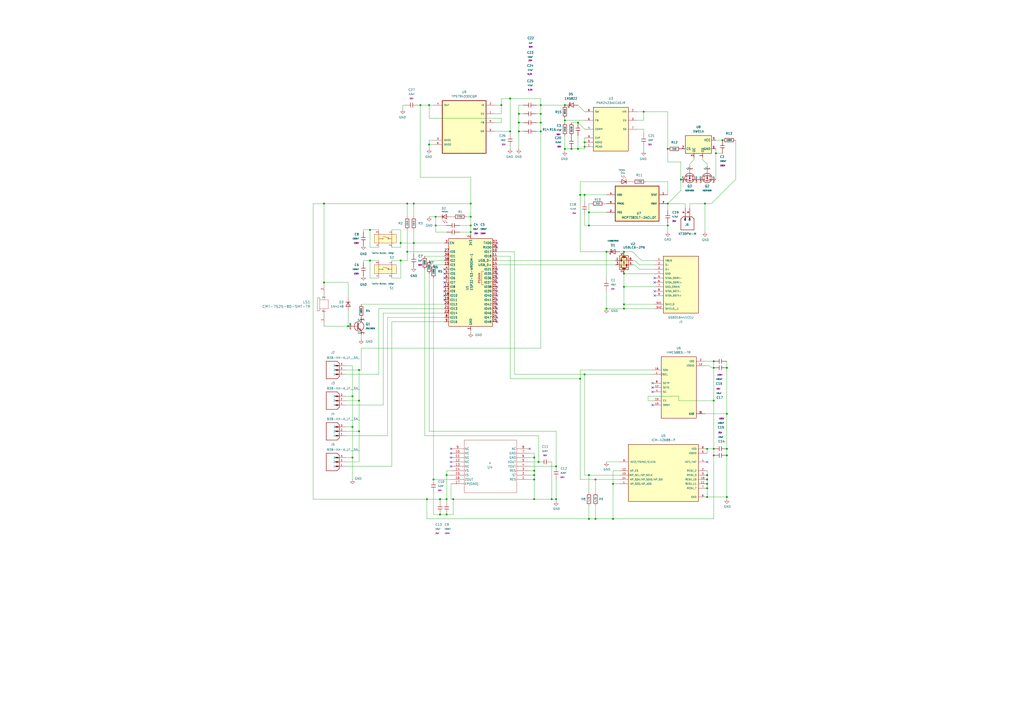
<source format=kicad_sch>
(kicad_sch (version 20250114) (generator "eeschema") (generator_version "9.0")
  (paper "A2")
  (junction (at 414.02 264.16))
  (junction (at 341.63 123.19))
  (junction (at 201.93 189.23))
  (junction (at 421.64 264.16))
  (junction (at 273.05 118.11))
  (junction (at 295.91 57.15))
  (junction (at 240.03 118.11))
  (junction (at 300.99 76.2))
  (junction (at 387.35 130.81))
  (junction (at 339.09 82.55))
  (junction (at 322.58 270.51))
  (junction (at 414.02 260.35))
  (junction (at 290.83 60.96))
  (junction (at 410.21 260.35))
  (junction (at 387.35 86.36))
  (junction (at 243.84 60.96))
  (junction (at 345.44 300.99))
  (junction (at 204.47 247.65))
  (junction (at 300.99 71.12))
  (junction (at 214.63 151.13))
  (junction (at 335.28 86.36))
  (junction (at 351.79 146.05))
  (junction (at 204.47 265.43))
  (junction (at 236.22 146.05))
  (junction (at 414.02 209.55))
  (junction (at 336.55 219.71))
  (junction (at 273.05 130.81))
  (junction (at 309.88 273.05))
  (junction (at 387.35 118.11))
  (junction (at 421.64 240.03))
  (junction (at 248.92 83.82))
  (junction (at 361.95 179.07))
  (junction (at 187.96 163.83))
  (junction (at 341.63 130.81))
  (junction (at 295.91 76.2))
  (junction (at 312.42 267.97))
  (junction (at 408.94 118.11))
  (junction (at 327.66 86.36))
  (junction (at 273.05 134.62))
  (junction (at 313.69 66.04))
  (junction (at 309.88 289.56))
  (junction (at 204.47 229.87))
  (junction (at 252.73 125.73))
  (junction (at 419.1 81.28))
  (junction (at 361.95 146.05))
  (junction (at 414.02 232.41))
  (junction (at 373.38 64.77))
  (junction (at 361.95 176.53))
  (junction (at 361.95 166.37))
  (junction (at 313.69 60.96))
  (junction (at 421.64 260.35))
  (junction (at 345.44 278.13))
  (junction (at 361.95 158.75))
  (junction (at 259.08 275.59))
  (junction (at 208.28 250.19))
  (junction (at 341.63 275.59))
  (junction (at 320.04 289.56))
  (junction (at 355.6 300.99))
  (junction (at 410.21 280.67))
  (junction (at 414.02 213.36))
  (junction (at 313.69 71.12))
  (junction (at 309.88 265.43))
  (junction (at 335.28 71.12))
  (junction (at 339.09 113.03))
  (junction (at 255.27 289.56))
  (junction (at 300.99 66.04))
  (junction (at 255.27 298.45))
  (junction (at 355.6 280.67))
  (junction (at 410.21 283.21))
  (junction (at 240.03 140.97))
  (junction (at 232.41 151.13))
  (junction (at 214.63 133.35))
  (junction (at 232.41 140.97))
  (junction (at 262.89 289.56))
  (junction (at 309.88 278.13))
  (junction (at 331.47 86.36))
  (junction (at 252.73 130.81))
  (junction (at 208.28 232.41))
  (junction (at 247.65 289.56))
  (junction (at 236.22 118.11))
  (junction (at 309.88 275.59))
  (junction (at 187.96 118.11))
  (junction (at 421.64 213.36))
  (junction (at 259.08 289.56))
  (junction (at 327.66 69.85))
  (junction (at 394.97 104.14))
  (junction (at 251.46 278.13))
  (junction (at 410.21 278.13))
  (junction (at 351.79 179.07))
  (junction (at 248.92 60.96))
  (junction (at 259.08 298.45))
  (junction (at 421.64 288.29))
  (junction (at 313.69 76.2))
  (junction (at 339.09 85.09))
  (junction (at 415.29 88.9))
  (junction (at 336.55 113.03))
  (junction (at 273.05 125.73))
  (junction (at 208.28 214.63))
  (junction (at 410.21 275.59))
  (junction (at 341.63 300.99))
  (junction (at 327.66 60.96))
  (junction (at 322.58 289.56))
  (junction (at 410.21 288.29))
  (junction (at 339.09 217.17))
  (no_connect (at 288.29 171.45))
  (no_connect (at 307.34 260.35))
  (no_connect (at 261.62 270.51))
  (no_connect (at 257.81 173.99))
  (no_connect (at 257.81 166.37))
  (no_connect (at 379.73 171.45))
  (no_connect (at 379.73 168.91))
  (no_connect (at 288.29 140.97))
  (no_connect (at 288.29 166.37))
  (no_connect (at 288.29 168.91))
  (no_connect (at 288.29 176.53))
  (no_connect (at 378.46 227.33))
  (no_connect (at 379.73 163.83))
  (no_connect (at 410.21 267.97))
  (no_connect (at 288.29 156.21))
  (no_connect (at 257.81 163.83))
  (no_connect (at 288.29 163.83))
  (no_connect (at 261.62 260.35))
  (no_connect (at 288.29 184.15))
  (no_connect (at 261.62 267.97))
  (no_connect (at 288.29 179.07))
  (no_connect (at 257.81 161.29))
  (no_connect (at 257.81 168.91))
  (no_connect (at 288.29 181.61))
  (no_connect (at 378.46 234.95))
  (no_connect (at 379.73 161.29))
  (no_connect (at 288.29 158.75))
  (no_connect (at 261.62 262.89))
  (no_connect (at 288.29 161.29))
  (no_connect (at 257.81 156.21))
  (no_connect (at 261.62 265.43))
  (no_connect (at 288.29 173.99))
  (no_connect (at 257.81 171.45))
  (no_connect (at 378.46 222.25))
  (no_connect (at 288.29 186.69))
  (no_connect (at 378.46 224.79))
  (no_connect (at 288.29 143.51))
  (no_connect (at 257.81 158.75))
  (wire (pts (xy 365.76 105.41) (xy 367.03 105.41)))
  (wire (pts (xy 204.47 247.65) (xy 204.47 229.87)))
  (wire (pts (xy 248.92 83.82) (xy 251.46 83.82)))
  (wire (pts (xy 259.08 298.45) (xy 262.89 298.45)))
  (wire (pts (xy 407.67 91.44) (xy 407.67 92.71)))
  (wire (pts (xy 345.44 293.37) (xy 345.44 300.99)))
  (wire (pts (xy 415.29 81.28) (xy 419.1 81.28)))
  (wire (pts (xy 370.84 156.21) (xy 368.3 153.67)))
  (wire (pts (xy 408.94 240.03) (xy 421.64 240.03)))
  (wire (pts (xy 307.34 275.59) (xy 309.88 275.59)))
  (wire (pts (xy 273.05 118.11) (xy 273.05 125.73)))
  (wire (pts (xy 259.08 275.59) (xy 259.08 289.56)))
  (wire (pts (xy 379.73 176.53) (xy 361.95 176.53)))
  (wire (pts (xy 331.47 86.36) (xy 327.66 86.36)))
  (wire (pts (xy 251.46 161.29) (xy 251.46 278.13)))
  (wire (pts (xy 387.35 118.11) (xy 394.97 110.49)))
  (wire (pts (xy 368.3 153.67) (xy 367.03 153.67)))
  (wire (pts (xy 248.92 60.96) (xy 251.46 60.96)))
  (wire (pts (xy 236.22 118.11) (xy 236.22 125.73)))
  (wire (pts (xy 421.64 240.03) (xy 421.64 260.35)))
  (wire (pts (xy 248.92 250.19) (xy 248.92 158.75)))
  (wire (pts (xy 335.28 86.36) (xy 339.09 86.36)))
  (wire (pts (xy 393.7 229.87) (xy 393.7 232.41)))
  (wire (pts (xy 309.88 265.43) (xy 309.88 273.05)))
  (wire (pts (xy 345.44 300.99) (xy 355.6 300.99)))
  (wire (pts (xy 421.64 289.56) (xy 421.64 288.29)))
  (wire (pts (xy 219.71 179.07) (xy 219.71 217.17)))
  (wire (pts (xy 361.95 179.07) (xy 361.95 176.53)))
  (wire (pts (xy 273.05 118.11) (xy 273.05 102.87)))
  (wire (pts (xy 375.92 229.87) (xy 393.7 229.87)))
  (wire (pts (xy 341.63 118.11) (xy 342.9 118.11)))
  (wire (pts (xy 387.35 105.41) (xy 387.35 113.03)))
  (wire (pts (xy 400.05 118.11) (xy 400.05 120.65)))
  (wire (pts (xy 312.42 252.73) (xy 246.38 252.73)))
  (wire (pts (xy 209.55 201.93) (xy 209.55 214.63)))
  (wire (pts (xy 339.09 116.84) (xy 339.09 113.03)))
  (wire (pts (xy 369.57 64.77) (xy 373.38 64.77)))
  (wire (pts (xy 367.03 146.05) (xy 361.95 146.05)))
  (wire (pts (xy 201.93 172.72) (xy 201.93 163.83)))
  (wire (pts (xy 236.22 151.13) (xy 236.22 146.05)))
  (wire (pts (xy 339.09 82.55) (xy 339.09 85.09)))
  (wire (pts (xy 209.55 214.63) (xy 208.28 214.63)))
  (wire (pts (xy 243.84 60.96) (xy 248.92 60.96)))
  (wire (pts (xy 187.96 118.11) (xy 236.22 118.11)))
  (wire (pts (xy 224.79 184.15) (xy 224.79 252.73)))
  (wire (pts (xy 414.02 300.99) (xy 414.02 264.16)))
  (wire (pts (xy 402.59 91.44) (xy 402.59 92.71)))
  (wire (pts (xy 210.82 151.13) (xy 214.63 151.13)))
  (wire (pts (xy 222.25 181.61) (xy 257.81 181.61)))
  (wire (pts (xy 339.09 130.81) (xy 339.09 124.46)))
  (wire (pts (xy 295.91 148.59) (xy 295.91 219.71)))
  (wire (pts (xy 339.09 64.77) (xy 335.28 60.96)))
  (wire (pts (xy 412.75 118.11) (xy 426.72 104.14)))
  (wire (pts (xy 240.03 118.11) (xy 240.03 125.73)))
  (wire (pts (xy 339.09 69.85) (xy 327.66 69.85)))
  (wire (pts (xy 204.47 212.09) (xy 204.47 229.87)))
  (wire (pts (xy 339.09 217.17) (xy 378.46 217.17)))
  (wire (pts (xy 210.82 151.13) (xy 210.82 152.4)))
  (wire (pts (xy 351.79 146.05) (xy 336.55 146.05)))
  (wire (pts (xy 295.91 57.15) (xy 290.83 57.15)))
  (wire (pts (xy 421.64 264.16) (xy 421.64 288.29)))
  (wire (pts (xy 387.35 130.81) (xy 387.35 129.54)))
  (wire (pts (xy 248.92 81.28) (xy 248.92 83.82)))
  (wire (pts (xy 214.63 161.29) (xy 219.71 161.29)))
  (wire (pts (xy 351.79 168.91) (xy 351.79 179.07)))
  (wire (pts (xy 300.99 71.12) (xy 300.99 76.2)))
  (wire (pts (xy 300.99 76.2) (xy 300.99 86.36)))
  (wire (pts (xy 414.02 232.41) (xy 414.02 213.36)))
  (wire (pts (xy 261.62 289.56) (xy 261.62 280.67)))
  (wire (pts (xy 295.91 86.36) (xy 295.91 85.09)))
  (wire (pts (xy 322.58 289.56) (xy 320.04 289.56)))
  (wire (pts (xy 247.65 289.56) (xy 255.27 289.56)))
  (wire (pts (xy 421.64 288.29) (xy 410.21 288.29)))
  (wire (pts (xy 311.15 66.04) (xy 313.69 66.04)))
  (wire (pts (xy 370.84 153.67) (xy 368.3 151.13)))
  (wire (pts (xy 200.66 234.95) (xy 222.25 234.95)))
  (wire (pts (xy 295.91 77.47) (xy 295.91 76.2)))
  (wire (pts (xy 309.88 289.56) (xy 262.89 289.56)))
  (wire (pts (xy 255.27 290.83) (xy 255.27 289.56)))
  (wire (pts (xy 411.48 212.09) (xy 412.75 213.36)))
  (wire (pts (xy 214.63 133.35) (xy 219.71 133.35)))
  (wire (pts (xy 252.73 125.73) (xy 254 125.73)))
  (wire (pts (xy 270.51 125.73) (xy 273.05 125.73)))
  (wire (pts (xy 309.88 262.89) (xy 309.88 265.43)))
  (wire (pts (xy 187.96 118.11) (xy 181.61 118.11)))
  (wire (pts (xy 227.33 270.51) (xy 227.33 186.69)))
  (wire (pts (xy 410.21 275.59) (xy 410.21 278.13)))
  (wire (pts (xy 259.08 273.05) (xy 261.62 273.05)))
  (wire (pts (xy 320.04 289.56) (xy 320.04 267.97)))
  (wire (pts (xy 222.25 234.95) (xy 222.25 181.61)))
  (wire (pts (xy 336.55 214.63) (xy 378.46 214.63)))
  (wire (pts (xy 312.42 267.97) (xy 312.42 252.73)))
  (wire (pts (xy 379.73 151.13) (xy 372.11 151.13)))
  (wire (pts (xy 257.81 179.07) (xy 219.71 179.07)))
  (wire (pts (xy 336.55 105.41) (xy 358.14 105.41)))
  (wire (pts (xy 361.95 179.07) (xy 351.79 179.07)))
  (wire (pts (xy 309.88 289.56) (xy 320.04 289.56)))
  (wire (pts (xy 288.29 148.59) (xy 295.91 148.59)))
  (wire (pts (xy 300.99 76.2) (xy 303.53 76.2)))
  (wire (pts (xy 266.7 130.81) (xy 273.05 130.81)))
  (wire (pts (xy 247.65 300.99) (xy 341.63 300.99)))
  (wire (pts (xy 261.62 125.73) (xy 262.89 125.73)))
  (wire (pts (xy 232.41 151.13) (xy 232.41 161.29)))
  (wire (pts (xy 355.6 280.67) (xy 359.41 280.67)))
  (wire (pts (xy 351.79 267.97) (xy 359.41 267.97)))
  (wire (pts (xy 201.93 180.34) (xy 201.93 189.23)))
  (wire (pts (xy 336.55 113.03) (xy 339.09 113.03)))
  (wire (pts (xy 181.61 118.11) (xy 181.61 289.56)))
  (wire (pts (xy 421.64 213.36) (xy 421.64 240.03)))
  (wire (pts (xy 248.92 86.36) (xy 248.92 83.82)))
  (wire (pts (xy 232.41 140.97) (xy 240.03 140.97)))
  (wire (pts (xy 394.97 93.98) (xy 394.97 104.14)))
  (wire (pts (xy 313.69 60.96) (xy 313.69 57.15)))
  (wire (pts (xy 181.61 289.56) (xy 247.65 289.56)))
  (wire (pts (xy 248.92 68.58) (xy 290.83 68.58)))
  (wire (pts (xy 240.03 133.35) (xy 240.03 140.97)))
  (wire (pts (xy 408.94 118.11) (xy 400.05 118.11)))
  (wire (pts (xy 307.34 278.13) (xy 309.88 278.13)))
  (wire (pts (xy 426.72 81.28) (xy 426.72 104.14)))
  (wire (pts (xy 361.95 146.05) (xy 359.41 146.05)))
  (wire (pts (xy 290.83 60.96) (xy 290.83 66.04)))
  (wire (pts (xy 232.41 133.35) (xy 232.41 140.97)))
  (wire (pts (xy 252.73 134.62) (xy 259.08 134.62)))
  (wire (pts (xy 209.55 196.85) (xy 209.55 194.31)))
  (wire (pts (xy 290.83 71.12) (xy 287.02 71.12)))
  (wire (pts (xy 339.09 217.17) (xy 298.45 217.17)))
  (wire (pts (xy 327.66 78.74) (xy 327.66 86.36)))
  (wire (pts (xy 408.94 212.09) (xy 411.48 212.09)))
  (wire (pts (xy 355.6 300.99) (xy 414.02 300.99)))
  (wire (pts (xy 209.55 201.93) (xy 313.69 201.93)))
  (wire (pts (xy 273.05 193.04) (xy 273.05 191.77)))
  (wire (pts (xy 402.59 92.71) (xy 400.05 95.25)))
  (wire (pts (xy 421.64 209.55) (xy 421.64 213.36)))
  (wire (pts (xy 387.35 93.98) (xy 387.35 86.36)))
  (wire (pts (xy 200.66 270.51) (xy 227.33 270.51)))
  (wire (pts (xy 273.05 134.62) (xy 273.05 135.89)))
  (wire (pts (xy 336.55 219.71) (xy 336.55 214.63)))
  (wire (pts (xy 300.99 66.04) (xy 303.53 66.04)))
  (wire (pts (xy 313.69 57.15) (xy 295.91 57.15)))
  (wire (pts (xy 262.89 298.45) (xy 262.89 289.56)))
  (wire (pts (xy 227.33 133.35) (xy 232.41 133.35)))
  (wire (pts (xy 351.79 146.05) (xy 351.79 161.29)))
  (wire (pts (xy 287.02 76.2) (xy 295.91 76.2)))
  (wire (pts (xy 246.38 252.73) (xy 246.38 156.21)))
  (wire (pts (xy 313.69 71.12) (xy 313.69 66.04)))
  (wire (pts (xy 322.58 250.19) (xy 248.92 250.19)))
  (wire (pts (xy 200.66 265.43) (xy 204.47 265.43)))
  (wire (pts (xy 210.82 133.35) (xy 210.82 134.62)))
  (wire (pts (xy 227.33 161.29) (xy 232.41 161.29)))
  (wire (pts (xy 341.63 130.81) (xy 387.35 130.81)))
  (wire (pts (xy 379.73 153.67) (xy 370.84 153.67)))
  (wire (pts (xy 309.88 275.59) (xy 309.88 278.13)))
  (wire (pts (xy 307.34 270.51) (xy 322.58 270.51)))
  (wire (pts (xy 201.93 163.83) (xy 187.96 163.83)))
  (wire (pts (xy 350.52 118.11) (xy 351.79 118.11)))
  (wire (pts (xy 379.73 166.37) (xy 361.95 166.37)))
  (wire (pts (xy 412.75 213.36) (xy 414.02 213.36)))
  (wire (pts (xy 373.38 87.63) (xy 373.38 85.09)))
  (wire (pts (xy 408.94 118.11) (xy 412.75 118.11)))
  (wire (pts (xy 259.08 275.59) (xy 261.62 275.59)))
  (wire (pts (xy 240.03 147.32) (xy 240.03 140.97)))
  (wire (pts (xy 421.64 260.35) (xy 421.64 264.16)))
  (wire (pts (xy 298.45 146.05) (xy 288.29 146.05)))
  (wire (pts (xy 242.57 60.96) (xy 243.84 60.96)))
  (wire (pts (xy 341.63 285.75) (xy 341.63 275.59)))
  (wire (pts (xy 251.46 298.45) (xy 251.46 285.75)))
  (wire (pts (xy 322.58 290.83) (xy 322.58 289.56)))
  (wire (pts (xy 290.83 68.58) (xy 290.83 71.12)))
  (wire (pts (xy 322.58 270.51) (xy 322.58 250.19)))
  (wire (pts (xy 345.44 278.13) (xy 359.41 278.13)))
  (wire (pts (xy 372.11 151.13) (xy 367.03 146.05)))
  (wire (pts (xy 227.33 143.51) (xy 232.41 143.51)))
  (wire (pts (xy 410.21 280.67) (xy 410.21 283.21)))
  (wire (pts (xy 255.27 289.56) (xy 259.08 289.56)))
  (wire (pts (xy 295.91 219.71) (xy 336.55 219.71)))
  (wire (pts (xy 309.88 273.05) (xy 309.88 275.59)))
  (wire (pts (xy 335.28 86.36) (xy 331.47 86.36)))
  (wire (pts (xy 290.83 66.04) (xy 287.02 66.04)))
  (wire (pts (xy 240.03 140.97) (xy 257.81 140.97)))
  (wire (pts (xy 327.66 87.63) (xy 327.66 86.36)))
  (wire (pts (xy 311.15 71.12) (xy 313.69 71.12)))
  (wire (pts (xy 339.09 113.03) (xy 351.79 113.03)))
  (wire (pts (xy 273.05 102.87) (xy 243.84 102.87)))
  (wire (pts (xy 243.84 102.87) (xy 243.84 60.96)))
  (wire (pts (xy 341.63 293.37) (xy 341.63 300.99)))
  (wire (pts (xy 288.29 151.13) (xy 356.87 151.13)))
  (wire (pts (xy 414.02 260.35) (xy 410.21 260.35)))
  (wire (pts (xy 335.28 78.74) (xy 335.28 86.36)))
  (wire (pts (xy 200.66 232.41) (xy 208.28 232.41)))
  (wire (pts (xy 227.33 186.69) (xy 257.81 186.69)))
  (wire (pts (xy 300.99 60.96) (xy 300.99 66.04)))
  (wire (pts (xy 214.63 151.13) (xy 219.71 151.13)))
  (wire (pts (xy 373.38 69.85) (xy 373.38 64.77)))
  (wire (pts (xy 295.91 76.2) (xy 295.91 57.15)))
  (wire (pts (xy 414.02 260.35) (xy 414.02 232.41)))
  (wire (pts (xy 214.63 143.51) (xy 219.71 143.51)))
  (wire (pts (xy 410.21 95.25) (xy 407.67 92.71)))
  (wire (pts (xy 327.66 68.58) (xy 327.66 69.85)))
  (wire (pts (xy 252.73 130.81) (xy 259.08 130.81)))
  (wire (pts (xy 200.66 212.09) (xy 204.47 212.09)))
  (wire (pts (xy 259.08 290.83) (xy 259.08 289.56)))
  (wire (pts (xy 257.81 184.15) (xy 224.79 184.15)))
  (wire (pts (xy 397.51 120.65) (xy 397.51 118.11)))
  (wire (pts (xy 273.05 130.81) (xy 273.05 134.62)))
  (wire (pts (xy 224.79 252.73) (xy 200.66 252.73)))
  (wire (pts (xy 336.55 113.03) (xy 336.55 105.41)))
  (wire (pts (xy 232.41 140.97) (xy 232.41 143.51)))
  (wire (pts (xy 311.15 76.2) (xy 313.69 76.2)))
  (wire (pts (xy 259.08 298.45) (xy 255.27 298.45)))
  (wire (pts (xy 415.29 86.36) (xy 415.29 88.9)))
  (wire (pts (xy 327.66 69.85) (xy 327.66 71.12)))
  (wire (pts (xy 307.34 267.97) (xy 312.42 267.97)))
  (wire (pts (xy 336.55 146.05) (xy 336.55 113.03)))
  (wire (pts (xy 368.3 151.13) (xy 367.03 151.13)))
  (wire (pts (xy 233.68 60.96) (xy 233.68 63.5)))
  (wire (pts (xy 359.41 275.59) (xy 341.63 275.59)))
  (wire (pts (xy 313.69 76.2) (xy 313.69 71.12)))
  (wire (pts (xy 379.73 158.75) (xy 361.95 158.75)))
  (wire (pts (xy 387.35 121.92) (xy 387.35 118.11)))
  (wire (pts (xy 341.63 130.81) (xy 341.63 123.19)))
  (wire (pts (xy 290.83 57.15) (xy 290.83 60.96)))
  (wire (pts (xy 209.55 176.53) (xy 257.81 176.53)))
  (wire (pts (xy 339.09 130.81) (xy 341.63 130.81)))
  (wire (pts (xy 187.96 118.11) (xy 187.96 163.83)))
  (wire (pts (xy 339.09 74.93) (xy 335.28 71.12)))
  (wire (pts (xy 255.27 298.45) (xy 251.46 298.45)))
  (wire (pts (xy 288.29 153.67) (xy 356.87 153.67)))
  (wire (pts (xy 248.92 151.13) (xy 257.81 151.13)))
  (wire (pts (xy 200.66 247.65) (xy 204.47 247.65)))
  (wire (pts (xy 200.66 229.87) (xy 204.47 229.87)))
  (wire (pts (xy 378.46 232.41) (xy 375.92 232.41)))
  (wire (pts (xy 400.05 96.52) (xy 400.05 95.25)))
  (wire (pts (xy 341.63 123.19) (xy 341.63 118.11)))
  (wire (pts (xy 373.38 64.77) (xy 387.35 64.77)))
  (wire (pts (xy 379.73 179.07) (xy 361.95 179.07)))
  (wire (pts (xy 393.7 232.41) (xy 414.02 232.41)))
  (wire (pts (xy 415.29 88.9) (xy 419.1 88.9)))
  (wire (pts (xy 300.99 71.12) (xy 303.53 71.12)))
  (wire (pts (xy 298.45 217.17) (xy 298.45 146.05)))
  (wire (pts (xy 369.57 69.85) (xy 373.38 69.85)))
  (wire (pts (xy 345.44 285.75) (xy 345.44 278.13)))
  (wire (pts (xy 313.69 60.96) (xy 327.66 60.96)))
  (wire (pts (xy 374.65 105.41) (xy 387.35 105.41)))
  (wire (pts (xy 208.28 250.19) (xy 208.28 267.97)))
  (wire (pts (xy 259.08 273.05) (xy 259.08 275.59)))
  (wire (pts (xy 415.29 88.9) (xy 415.29 104.14)))
  (wire (pts (xy 307.34 273.05) (xy 309.88 273.05)))
  (wire (pts (xy 375.92 232.41) (xy 375.92 229.87)))
  (wire (pts (xy 236.22 118.11) (xy 240.03 118.11)))
  (wire (pts (xy 335.28 71.12) (xy 331.47 71.12)))
  (wire (pts (xy 247.65 289.56) (xy 247.65 300.99)))
  (wire (pts (xy 219.71 217.17) (xy 200.66 217.17)))
  (wire (pts (xy 204.47 278.13) (xy 204.47 265.43)))
  (wire (pts (xy 208.28 214.63) (xy 208.28 232.41)))
  (wire (pts (xy 410.21 96.52) (xy 410.21 95.25)))
  (wire (pts (xy 240.03 118.11) (xy 273.05 118.11)))
  (wire (pts (xy 251.46 153.67) (xy 257.81 153.67)))
  (wire (pts (xy 273.05 125.73) (xy 273.05 130.81)))
  (wire (pts (xy 208.28 267.97) (xy 200.66 267.97)))
  (wire (pts (xy 339.09 217.17) (xy 339.09 275.59)))
  (wire (pts (xy 309.88 262.89) (xy 307.34 262.89)))
  (wire (pts (xy 355.6 280.67) (xy 355.6 273.05)))
  (wire (pts (xy 361.95 158.75) (xy 361.95 166.37)))
  (wire (pts (xy 379.73 156.21) (xy 370.84 156.21)))
  (wire (pts (xy 313.69 201.93) (xy 313.69 76.2)))
  (wire (pts (xy 336.55 219.71) (xy 336.55 278.13)))
  (wire (pts (xy 351.79 123.19) (xy 341.63 123.19)))
  (wire (pts (xy 408.94 134.62) (xy 408.94 118.11)))
  (wire (pts (xy 246.38 148.59) (xy 257.81 148.59)))
  (wire (pts (xy 414.02 209.55) (xy 408.94 209.55)))
  (wire (pts (xy 200.66 250.19) (xy 208.28 250.19)))
  (wire (pts (xy 208.28 232.41) (xy 208.28 250.19)))
  (wire (pts (xy 311.15 60.96) (xy 313.69 60.96)))
  (wire (pts (xy 394.97 104.14) (xy 394.97 110.49)))
  (wire (pts (xy 313.69 66.04) (xy 313.69 60.96)))
  (wire (pts (xy 410.21 273.05) (xy 410.21 275.59)))
  (wire (pts (xy 214.63 133.35) (xy 214.63 143.51)))
  (wire (pts (xy 341.63 300.99) (xy 345.44 300.99)))
  (wire (pts (xy 204.47 265.43) (xy 204.47 247.65)))
  (wire (pts (xy 187.96 189.23) (xy 201.93 189.23)))
  (wire (pts (xy 232.41 151.13) (xy 236.22 151.13)))
  (wire (pts (xy 227.33 151.13) (xy 232.41 151.13)))
  (wire (pts (xy 266.7 134.62) (xy 273.05 134.62)))
  (wire (pts (xy 236.22 133.35) (xy 236.22 146.05)))
  (wire (pts (xy 339.09 80.01) (xy 339.09 82.55)))
  (wire (pts (xy 339.09 86.36) (xy 339.09 85.09)))
  (wire (pts (xy 397.51 118.11) (xy 387.35 118.11)))
  (wire (pts (xy 252.73 130.81) (xy 252.73 134.62)))
  (wire (pts (xy 336.55 278.13) (xy 345.44 278.13)))
  (wire (pts (xy 309.88 265.43) (xy 307.34 265.43)))
  (wire (pts (xy 387.35 64.77) (xy 387.35 86.36)))
  (wire (pts (xy 300.99 60.96) (xy 303.53 60.96)))
  (wire (pts (xy 355.6 273.05) (xy 359.41 273.05)))
  (wire (pts (xy 373.38 74.93) (xy 369.57 74.93)))
  (wire (pts (xy 252.73 125.73) (xy 252.73 130.81)))
  (wire (pts (xy 341.63 275.59) (xy 339.09 275.59)))
  (wire (pts (xy 410.21 278.13) (xy 410.21 280.67)))
  (wire (pts (xy 200.66 214.63) (xy 208.28 214.63)))
  (wire (pts (xy 236.22 146.05) (xy 257.81 146.05)))
  (wire (pts (xy 248.92 60.96) (xy 248.92 68.58)))
  (wire (pts (xy 262.89 289.56) (xy 261.62 289.56)))
  (wire (pts (xy 261.62 278.13) (xy 251.46 278.13)))
  (wire (pts (xy 251.46 81.28) (xy 248.92 81.28)))
  (wire (pts (xy 287.02 60.96) (xy 290.83 60.96)))
  (wire (pts (xy 252.73 125.73) (xy 248.92 125.73)))
  (wire (pts (xy 233.68 60.96) (xy 234.95 60.96)))
  (wire (pts (xy 355.6 300.99) (xy 355.6 280.67)))
  (wire (pts (xy 414.02 209.55) (xy 414.02 213.36)))
  (wire (pts (xy 410.21 260.35) (xy 410.21 262.89)))
  (wire (pts (xy 322.58 278.13) (xy 322.58 289.56)))
  (wire (pts (xy 387.35 134.62) (xy 387.35 130.81)))
  (wire (pts (xy 300.99 66.04) (xy 300.99 71.12)))
  (wire (pts (xy 414.02 264.16) (xy 414.02 260.35)))
  (wire (pts (xy 210.82 133.35) (xy 214.63 133.35)))
  (wire (pts (xy 214.63 151.13) (xy 214.63 161.29)))
  (wire (pts (xy 361.95 176.53) (xy 361.95 166.37)))
  (wire (pts (xy 309.88 278.13) (xy 309.88 289.56)))
  (wire (pts (xy 394.97 93.98) (xy 387.35 93.98)))
  (wire (pts (xy 373.38 77.47) (xy 373.38 74.93)))
  (wire (pts (xy 410.21 283.21) (xy 410.21 288.29)))
  (symbol (lib_id "power:GND") (at 204.47 278.13 0) (unit 1)
    (property "Reference" "#PWR010" (effects (hide yes)))
    (property "Value" "GND" (at 207.772 277.622 0))
    (property "Description" "Power symbol creates a global label with name \"GND\" , ground" (effects (hide yes)))
  )
  (symbol (lib_id "PCM_JLCPCB-Capacitors:0805,10uF") (at 417.83 213.36 270) (mirror x) (unit 1)
    (property "Reference" "C17" (at 415.544 230.632 90) (effects (justify left)))
    (property "Value" "10uF" (at 415.544 228.0919 90) (effects (font (size 0.8 0.8)) (justify left)))
    (property "Footprint" "PCM_JLCPCB:C_0805" (effects (hide yes)))
    (property "Datasheet" "https://www.lcsc.com/datasheet/lcsc_datasheet_2304140030_Samsung-Electro-Mechanics-CL21A106KAYNNNE_C15850.pdf" (effects (hide yes)))
    (property "Description" "25V 10uF X5R ±10% 0805 Multilayer Ceramic Capacitors MLCC - SMD/SMT ROHS" (effects (hide yes)))
    (property "LCSC" "C15850" (effects (hide yes)))
    (property "Stock" "6572470" (effects (hide yes)))
    (property "Price" "0.013USD" (effects (hide yes)))
    (property "Process" "SMT" (effects (hide yes)))
    (property "Minimum Qty" "20" (effects (hide yes)))
    (property "Attrition Qty" "10" (effects (hide yes)))
    (property "Class" "Basic Component" (effects (hide yes)))
    (property "Category" "Capacitors,Multilayer Ceramic Capacitors MLCC - SMD/SMT" (effects (hide yes)))
    (property "Manufacturer" "Samsung Electro-Mechanics" (effects (hide yes)))
    (property "Part" "CL21A106KAYNNNE" (effects (hide yes)))
    (property "Voltage Rated" "25V" (at 415.544 225.5519 90) (effects (font (size 0.8 0.8)) (justify left)))
    (property "Tolerance" "±10%" (effects (hide yes)))
    (property "Capacitance" "10uF" (effects (hide yes)))
    (property "Temperature Coefficient" "X5R" (effects (hide yes)))
  )
  (symbol (lib_id "PCM_JLCPCB-Capacitors:0805,100nF") (at 419.1 85.09 0) (unit 1)
    (property "Reference" "C2" (at 417.576 90.9319 0) (effects (justify left)))
    (property "Value" "100nF" (at 417.576 93.472 0) (effects (font (size 0.8 0.8)) (justify left)))
    (property "Footprint" "PCM_JLCPCB:C_0805" (effects (hide yes)))
    (property "Datasheet" "https://www.lcsc.com/datasheet/lcsc_datasheet_2304140030_Samsung-Electro-Mechanics-CL21B104KCFNNNE_C28233.pdf" (effects (hide yes)))
    (property "Description" "100V 100nF X7R ±10% 0805 Multilayer Ceramic Capacitors MLCC - SMD/SMT ROHS" (effects (hide yes)))
    (property "LCSC" "C28233" (effects (hide yes)))
    (property "Stock" "1281871" (effects (hide yes)))
    (property "Price" "0.009USD" (effects (hide yes)))
    (property "Process" "SMT" (effects (hide yes)))
    (property "Minimum Qty" "20" (effects (hide yes)))
    (property "Attrition Qty" "10" (effects (hide yes)))
    (property "Class" "Basic Component" (effects (hide yes)))
    (property "Category" "Capacitors,Multilayer Ceramic Capacitors MLCC - SMD/SMT" (effects (hide yes)))
    (property "Manufacturer" "Samsung Electro-Mechanics" (effects (hide yes)))
    (property "Part" "CL21B104KCFNNNE" (effects (hide yes)))
    (property "Voltage Rated" "100V" (at 417.576 96.012 0) (effects (font (size 0.8 0.8)) (justify left)))
    (property "Tolerance" "±10%" (effects (hide yes)))
    (property "Capacitance" "100nF" (effects (hide yes)))
    (property "Temperature Coefficient" "X7R" (effects (hide yes)))
  )
  (symbol (lib_id "power:GND") (at 322.58 290.83 0) (unit 1)
    (property "Reference" "#PWR011" (effects (hide yes)))
    (property "Value" "GND" (at 322.834 295.148 0))
    (property "Description" "Power symbol creates a global label with name \"GND\" , ground" (effects (hide yes)))
  )
  (symbol (lib_id "PCM_JLCPCB-Capacitors:0805,100nF") (at 417.83 209.55 90) (unit 1)
    (property "Reference" "C16" (at 419.1 222.5041 90) (effects (justify left)))
    (property "Value" "100nF" (at 419.1 219.964 90) (effects (font (size 0.8 0.8)) (justify left)))
    (property "Footprint" "PCM_JLCPCB:C_0805" (effects (hide yes)))
    (property "Datasheet" "https://www.lcsc.com/datasheet/lcsc_datasheet_2304140030_Samsung-Electro-Mechanics-CL21B104KCFNNNE_C28233.pdf" (effects (hide yes)))
    (property "Description" "100V 100nF X7R ±10% 0805 Multilayer Ceramic Capacitors MLCC - SMD/SMT ROHS" (effects (hide yes)))
    (property "LCSC" "C28233" (effects (hide yes)))
    (property "Stock" "1281871" (effects (hide yes)))
    (property "Price" "0.009USD" (effects (hide yes)))
    (property "Process" "SMT" (effects (hide yes)))
    (property "Minimum Qty" "20" (effects (hide yes)))
    (property "Attrition Qty" "10" (effects (hide yes)))
    (property "Class" "Basic Component" (effects (hide yes)))
    (property "Category" "Capacitors,Multilayer Ceramic Capacitors MLCC - SMD/SMT" (effects (hide yes)))
    (property "Manufacturer" "Samsung Electro-Mechanics" (effects (hide yes)))
    (property "Part" "CL21B104KCFNNNE" (effects (hide yes)))
    (property "Voltage Rated" "100V" (at 419.1 217.424 90) (effects (font (size 0.8 0.8)) (justify left)))
    (property "Tolerance" "±10%" (effects (hide yes)))
    (property "Capacitance" "100nF" (effects (hide yes)))
    (property "Temperature Coefficient" "X7R" (effects (hide yes)))
  )
  (symbol (lib_id "Battery_Management:DW01A") (at 405.13 83.82 0) (mirror y) (unit 1)
    (property "Reference" "U8" (at 405.13 73.66 0))
    (property "Value" "DW01A" (at 405.13 76.2 0))
    (property "Footprint" "Package_TO_SOT_SMD:SOT-23-6" (effects (hide yes)))
    (property "Datasheet" "https://hmsemi.com/downfile/DW01A.PDF" (effects (hide yes)))
    (property "Description" "Overcharge, overcurrent and overdischarge protection IC for single cell lithium-ion/polymer battery" (effects (hide yes)))
  )
  (symbol (lib_id "PCM_JLCPCB-Capacitors:0603,10pF") (at 295.91 81.28 0) (mirror y) (unit 1)
    (property "Reference" "C26" (at 293.37 78.7399 0) (effects (justify left)))
    (property "Value" "10pF" (at 293.37 81.28 0) (effects (font (size 0.8 0.8)) (justify left)))
    (property "Footprint" "PCM_JLCPCB:C_0603" (effects (hide yes)))
    (property "Datasheet" "https://www.lcsc.com/datasheet/lcsc_datasheet_2304140030_Samsung-Electro-Mechanics-CL10C100JB8NNNC_C1634.pdf" (effects (hide yes)))
    (property "Description" "50V 10pF C0G ±5% 0603 Multilayer Ceramic Capacitors MLCC - SMD/SMT ROHS" (effects (hide yes)))
    (property "LCSC" "C1634" (effects (hide yes)))
    (property "Stock" "840142" (effects (hide yes)))
    (property "Price" "0.008USD" (effects (hide yes)))
    (property "Process" "SMT" (effects (hide yes)))
    (property "Minimum Qty" "20" (effects (hide yes)))
    (property "Attrition Qty" "10" (effects (hide yes)))
    (property "Class" "Basic Component" (effects (hide yes)))
    (property "Category" "Capacitors,Multilayer Ceramic Capacitors MLCC - SMD/SMT" (effects (hide yes)))
    (property "Manufacturer" "Samsung Electro-Mechanics" (effects (hide yes)))
    (property "Part" "CL10C100JB8NNNC" (effects (hide yes)))
    (property "Voltage Rated" "50V" (at 293.37 83.82 0) (effects (font (size 0.8 0.8)) (justify left)))
    (property "Tolerance" "±5%" (effects (hide yes)))
    (property "Capacitance" "10pF" (effects (hide yes)))
    (property "Temperature Coefficient" "C0G" (effects (hide yes)))
  )
  (symbol (lib_id "Diode:1N5822") (at 331.47 60.96 0) (mirror x) (unit 1)
    (property "Reference" "D5" (at 331.1525 54.61 0))
    (property "Value" "1N5822" (at 331.1525 57.15 0))
    (property "Footprint" "Diode_THT:D_DO-201AD_P15.24mm_Horizontal" (effects (hide yes)))
    (property "Datasheet" "http://www.vishay.com/docs/88526/1n5820.pdf" (effects (hide yes)))
    (property "Description" "40V 3A Schottky Barrier Rectifier Diode, DO-201AD" (effects (hide yes)))
  )
  (symbol (lib_id "power:GND") (at 351.79 179.07 0) (unit 1)
    (property "Reference" "#PWR02" (effects (hide yes)))
    (property "Value" "GND" (at 354.33 180.3399 0) (effects (justify left)))
    (property "Description" "Power symbol creates a global label with name \"GND\" , ground" (effects (hide yes)))
  )
  (symbol (lib_id "GSB316441CEU:GSB316441CEU") (at 394.97 163.83 0) (unit 1)
    (property "Reference" "J1" (at 394.97 186.69 0))
    (property "Value" "GSB316441CEU" (at 394.97 184.15 0))
    (property "Footprint" "GSB316441CEU:AMPHENOL_GSB316441CEU" (effects (hide yes)))
    (property "PARTREV" "E" (effects (hide yes)))
    (property "STANDARD" "Manufacturer Recommendations" (effects (hide yes)))
    (property "MAXIMUM_PACKAGE_HEIGHT" "3.3mm" (effects (hide yes)))
    (property "MANUFACTURER" "Amphenol" (effects (hide yes)))
  )
  (symbol (lib_id "PCM_JLCPCB-Resistors:0805,10kΩ") (at 236.22 129.54 0) (mirror y) (unit 1)
    (property "Reference" "R2" (at 233.68 129.5399 0) (effects (justify left)))
    (property "Value" "10kΩ" (at 236.22 129.54 90) (effects (font (size 0.8 0.8))))
    (property "Footprint" "PCM_JLCPCB:R_0805" (effects (hide yes)))
    (property "Datasheet" "https://www.lcsc.com/datasheet/lcsc_datasheet_2411221126_UNI-ROYAL-Uniroyal-Elec-0805W8F1002T5E_C17414.pdf" (effects (hide yes)))
    (property "Description" "125mW Thick Film Resistors 150V ±100ppm/°C ±1% 10kΩ 0805 Chip Resistor - Surface Mount ROHS" (effects (hide yes)))
    (property "LCSC" "C17414" (effects (hide yes)))
    (property "Stock" "9554667" (effects (hide yes)))
    (property "Price" "0.005USD" (effects (hide yes)))
    (property "Process" "SMT" (effects (hide yes)))
    (property "Minimum Qty" "20" (effects (hide yes)))
    (property "Attrition Qty" "10" (effects (hide yes)))
    (property "Class" "Basic Component" (effects (hide yes)))
    (property "Category" "Resistors,Chip Resistor - Surface Mount" (effects (hide yes)))
    (property "Manufacturer" "UNI-ROYAL(Uniroyal Elec)" (effects (hide yes)))
    (property "Part" "0805W8F1002T5E" (effects (hide yes)))
    (property "Resistance" "10kΩ" (effects (hide yes)))
    (property "Power(Watts)" "125mW" (effects (hide yes)))
    (property "Type" "Thick Film Resistors" (effects (hide yes)))
    (property "Overload Voltage (Max)" "150V" (effects (hide yes)))
    (property "Operating Temperature Range" "-55°C~+155°C" (effects (hide yes)))
    (property "Tolerance" "±1%" (effects (hide yes)))
    (property "Temperature Coefficient" "±100ppm/°C" (effects (hide yes)))
  )
  (symbol (lib_id "PCM_JLCPCB-Resistors:0805,270Ω") (at 266.7 125.73 270) (mirror x) (unit 1)
    (property "Reference" "R1" (at 265.684 122.936 90) (effects (justify left)))
    (property "Value" "270Ω" (at 266.7 125.73 90) (effects (font (size 0.8 0.8))))
    (property "Footprint" "PCM_JLCPCB:R_0805" (effects (hide yes)))
    (property "Datasheet" "https://www.lcsc.com/datasheet/lcsc_datasheet_2206010200_UNI-ROYAL-Uniroyal-Elec-0805W8F2700T5E_C17590.pdf" (effects (hide yes)))
    (property "Description" "125mW Thick Film Resistors 150V ±100ppm/°C ±1% 270Ω 0805 Chip Resistor - Surface Mount ROHS" (effects (hide yes)))
    (property "LCSC" "C17590" (effects (hide yes)))
    (property "Stock" "134686" (effects (hide yes)))
    (property "Price" "0.005USD" (effects (hide yes)))
    (property "Process" "SMT" (effects (hide yes)))
    (property "Minimum Qty" "20" (effects (hide yes)))
    (property "Attrition Qty" "10" (effects (hide yes)))
    (property "Class" "Preferred Component" (effects (hide yes)))
    (property "Category" "Resistors,Chip Resistor - Surface Mount" (effects (hide yes)))
    (property "Manufacturer" "UNI-ROYAL(Uniroyal Elec)" (effects (hide yes)))
    (property "Part" "0805W8F2700T5E" (effects (hide yes)))
    (property "Resistance" "270Ω" (effects (hide yes)))
    (property "Power(Watts)" "125mW" (effects (hide yes)))
    (property "Type" "Thick Film Resistors" (effects (hide yes)))
    (property "Overload Voltage (Max)" "150V" (effects (hide yes)))
    (property "Operating Temperature Range" "-55°C~+155°C" (effects (hide yes)))
    (property "Tolerance" "±1%" (effects (hide yes)))
    (property "Temperature Coefficient" "±100ppm/°C" (effects (hide yes)))
  )
  (symbol (lib_id "PCM_JLCPCB-Capacitors:0805,100nF") (at 259.08 294.64 0) (unit 1)
    (property "Reference" "C9" (at 257.81 304.2919 0) (effects (justify left)))
    (property "Value" "100nF" (at 257.81 306.832 0) (effects (font (size 0.8 0.8)) (justify left)))
    (property "Footprint" "PCM_JLCPCB:C_0805" (effects (hide yes)))
    (property "Datasheet" "https://www.lcsc.com/datasheet/lcsc_datasheet_2304140030_Samsung-Electro-Mechanics-CL21B104KCFNNNE_C28233.pdf" (effects (hide yes)))
    (property "Description" "100V 100nF X7R ±10% 0805 Multilayer Ceramic Capacitors MLCC - SMD/SMT ROHS" (effects (hide yes)))
    (property "LCSC" "C28233" (effects (hide yes)))
    (property "Stock" "1281871" (effects (hide yes)))
    (property "Price" "0.009USD" (effects (hide yes)))
    (property "Process" "SMT" (effects (hide yes)))
    (property "Minimum Qty" "20" (effects (hide yes)))
    (property "Attrition Qty" "10" (effects (hide yes)))
    (property "Class" "Basic Component" (effects (hide yes)))
    (property "Category" "Capacitors,Multilayer Ceramic Capacitors MLCC - SMD/SMT" (effects (hide yes)))
    (property "Manufacturer" "Samsung Electro-Mechanics" (effects (hide yes)))
    (property "Part" "CL21B104KCFNNNE" (effects (hide yes)))
    (property "Voltage Rated" "100V" (at 257.81 309.372 0) (effects (font (size 0.8 0.8)) (justify left)))
    (property "Tolerance" "±10%" (effects (hide yes)))
    (property "Capacitance" "100nF" (effects (hide yes)))
    (property "Temperature Coefficient" "X7R" (effects (hide yes)))
  )
  (symbol (lib_id "RF_Module:ESP32-S3-WROOM-1") (at 273.05 163.83 0) (unit 1)
    (property "Reference" "U1" (at 271.018 168.402 90) (effects (justify left)))
    (property "Value" "ESP32-S3-WROOM-1" (at 273.558 168.402 90) (effects (justify left)))
    (property "Footprint" "RF_Module:ESP32-S3-WROOM-1" (effects (hide yes)))
    (property "Datasheet" "https://www.espressif.com/sites/default/files/documentation/esp32-s3-wroom-1_wroom-1u_datasheet_en.pdf" (effects (hide yes)))
    (property "Description" "RF Module, ESP32-S3 SoC, Wi-Fi 802.11b/g/n, Bluetooth, BLE, 32-bit, 3.3V, onboard antenna, SMD" (effects (hide yes)))
  )
  (symbol (lib_id "PCM_JLCPCB-Resistors:0603,100Ω") (at 246.38 152.4 180) (unit 1)
    (property "Reference" "R7" (at 248.92 152.3999 0) (effects (justify right)))
    (property "Value" "100Ω" (at 246.38 152.4 90) (effects (font (size 0.8 0.8))))
    (property "Footprint" "PCM_JLCPCB:R_0603" (effects (hide yes)))
    (property "Datasheet" "https://www.lcsc.com/datasheet/lcsc_datasheet_2411221126_UNI-ROYAL-Uniroyal-Elec-0603WAF1000T5E_C22775.pdf" (effects (hide yes)))
    (property "Description" "100mW Thick Film Resistors 75V ±1% ±200ppm/°C 100Ω 0603 Chip Resistor - Surface Mount ROHS" (effects (hide yes)))
    (property "LCSC" "C22775" (effects (hide yes)))
    (property "Stock" "7762661" (effects (hide yes)))
    (property "Price" "0.004USD" (effects (hide yes)))
    (property "Process" "SMT" (effects (hide yes)))
    (property "Minimum Qty" "20" (effects (hide yes)))
    (property "Attrition Qty" "10" (effects (hide yes)))
    (property "Class" "Basic Component" (effects (hide yes)))
    (property "Category" "Resistors,Chip Resistor - Surface Mount" (effects (hide yes)))
    (property "Manufacturer" "UNI-ROYAL(Uniroyal Elec)" (effects (hide yes)))
    (property "Part" "0603WAF1000T5E" (effects (hide yes)))
    (property "Resistance" "100Ω" (effects (hide yes)))
    (property "Power(Watts)" "100mW" (effects (hide yes)))
    (property "Type" "Thick Film Resistors" (effects (hide yes)))
    (property "Overload Voltage (Max)" "75V" (effects (hide yes)))
    (property "Operating Temperature Range" "-55°C~+155°C" (effects (hide yes)))
    (property "Tolerance" "±1%" (effects (hide yes)))
    (property "Temperature Coefficient" "±200ppm/°C" (effects (hide yes)))
  )
  (symbol (lib_id "PCM_JLCPCB-Capacitors:0805,47uF") (at 307.34 76.2 90) (unit 1)
    (property "Reference" "C25" (at 307.594 46.99 90))
    (property "Value" "47uF" (at 307.594 49.53 90) (effects (font (size 0.8 0.8))))
    (property "Footprint" "PCM_JLCPCB:C_0805" (effects (hide yes)))
    (property "Datasheet" "https://www.lcsc.com/datasheet/lcsc_datasheet_2304140030_Samsung-Electro-Mechanics-CL21A476MQYNNNE_C16780.pdf" (effects (hide yes)))
    (property "Description" "6.3V 47uF X5R ±20% 0805 Multilayer Ceramic Capacitors MLCC - SMD/SMT ROHS" (effects (hide yes)))
    (property "LCSC" "C16780" (effects (hide yes)))
    (property "Stock" "1005150" (effects (hide yes)))
    (property "Price" "0.032USD" (effects (hide yes)))
    (property "Process" "SMT" (effects (hide yes)))
    (property "Minimum Qty" "20" (effects (hide yes)))
    (property "Attrition Qty" "6" (effects (hide yes)))
    (property "Class" "Basic Component" (effects (hide yes)))
    (property "Category" "Capacitors,Multilayer Ceramic Capacitors MLCC - SMD/SMT" (effects (hide yes)))
    (property "Manufacturer" "Samsung Electro-Mechanics" (effects (hide yes)))
    (property "Part" "CL21A476MQYNNNE" (effects (hide yes)))
    (property "Voltage Rated" "6.3V" (at 307.594 52.07 90) (effects (font (size 0.8 0.8))))
    (property "Tolerance" "±20%" (effects (hide yes)))
    (property "Capacitance" "47uF" (effects (hide yes)))
    (property "Temperature Coefficient" "X5R" (effects (hide yes)))
  )
  (symbol (lib_id "PCM_JLCPCB-Resistors:0805,2kΩ") (at 346.71 118.11 90) (unit 1)
    (property "Reference" "R10" (at 346.71 115.824 90))
    (property "Value" "2kΩ" (at 346.71 118.11 90) (effects (font (size 0.8 0.8))))
    (property "Footprint" "PCM_JLCPCB:R_0805" (effects (hide yes)))
    (property "Datasheet" "https://www.lcsc.com/datasheet/lcsc_datasheet_2206010200_UNI-ROYAL-Uniroyal-Elec-0805W8F2001T5E_C17604.pdf" (effects (hide yes)))
    (property "Description" "125mW Thick Film Resistors 150V ±100ppm/°C ±1% 2kΩ 0805 Chip Resistor - Surface Mount ROHS" (effects (hide yes)))
    (property "LCSC" "C17604" (effects (hide yes)))
    (property "Stock" "2639483" (effects (hide yes)))
    (property "Price" "0.005USD" (effects (hide yes)))
    (property "Process" "SMT" (effects (hide yes)))
    (property "Minimum Qty" "20" (effects (hide yes)))
    (property "Attrition Qty" "10" (effects (hide yes)))
    (property "Class" "Basic Component" (effects (hide yes)))
    (property "Category" "Resistors,Chip Resistor - Surface Mount" (effects (hide yes)))
    (property "Manufacturer" "UNI-ROYAL(Uniroyal Elec)" (effects (hide yes)))
    (property "Part" "0805W8F2001T5E" (effects (hide yes)))
    (property "Resistance" "2kΩ" (effects (hide yes)))
    (property "Power(Watts)" "125mW" (effects (hide yes)))
    (property "Type" "Thick Film Resistors" (effects (hide yes)))
    (property "Overload Voltage (Max)" "150V" (effects (hide yes)))
    (property "Operating Temperature Range" "-55°C~+155°C" (effects (hide yes)))
    (property "Tolerance" "±1%" (effects (hide yes)))
    (property "Temperature Coefficient" "±100ppm/°C" (effects (hide yes)))
  )
  (symbol (lib_id "PCM_JLCPCB-Resistors:0805,1kΩ") (at 391.16 86.36 90) (mirror x) (unit 1)
    (property "Reference" "R12" (at 391.16 82.55 90))
    (property "Value" "1kΩ" (at 391.16 86.36 90) (effects (font (size 0.8 0.8))))
    (property "Footprint" "PCM_JLCPCB:R_0805" (effects (hide yes)))
    (property "Datasheet" "https://www.lcsc.com/datasheet/lcsc_datasheet_2205311800_UNI-ROYAL-Uniroyal-Elec-0805W8F1001T5E_C17513.pdf" (effects (hide yes)))
    (property "Description" "125mW Thick Film Resistors 150V ±100ppm/°C ±1% 1kΩ 0805 Chip Resistor - Surface Mount ROHS" (effects (hide yes)))
    (property "LCSC" "C17513" (effects (hide yes)))
    (property "Stock" "7291847" (effects (hide yes)))
    (property "Price" "0.005USD" (effects (hide yes)))
    (property "Process" "SMT" (effects (hide yes)))
    (property "Minimum Qty" "20" (effects (hide yes)))
    (property "Attrition Qty" "10" (effects (hide yes)))
    (property "Class" "Basic Component" (effects (hide yes)))
    (property "Category" "Resistors,Chip Resistor - Surface Mount" (effects (hide yes)))
    (property "Manufacturer" "UNI-ROYAL(Uniroyal Elec)" (effects (hide yes)))
    (property "Part" "0805W8F1001T5E" (effects (hide yes)))
    (property "Resistance" "1kΩ" (effects (hide yes)))
    (property "Power(Watts)" "125mW" (effects (hide yes)))
    (property "Type" "Thick Film Resistors" (effects (hide yes)))
    (property "Overload Voltage (Max)" "150V" (effects (hide yes)))
    (property "Operating Temperature Range" "-55°C~+155°C" (effects (hide yes)))
    (property "Tolerance" "±1%" (effects (hide yes)))
    (property "Temperature Coefficient" "±100ppm/°C" (effects (hide yes)))
  )
  (symbol (lib_id "Power_Protection:USBLC6-2P6") (at 361.95 151.13 0) (unit 1)
    (property "Reference" "U2" (at 365.76 141.478 0) (effects (justify left)))
    (property "Value" "USBLC6-2P6" (at 361.442 143.51 0) (effects (justify left)))
    (property "Footprint" "Package_TO_SOT_SMD:SOT-666" (effects (hide yes)))
    (property "Datasheet" "https://www.st.com/resource/en/datasheet/usblc6-2.pdf" (effects (hide yes)))
    (property "Description" "Very low capacitance ESD protection diode, 2 data-line, SOT-666" (effects (hide yes)))
  )
  (symbol (lib_id "B3B-XH-A_LF__SN_:B3B-XH-A_LF__SN_") (at 193.04 267.97 180) (unit 1)
    (property "Reference" "J5" (at 193.04 257.81 0))
    (property "Value" "B3B-XH-A_LF__SN_" (at 199.136 260.858 0))
    (property "Footprint" "B3B-XH-A_LF__SN_:JST_B3B-XH-A_LF__SN_" (effects (hide yes)))
    (property "MF" "JST Sales" (effects (hide yes)))
    (property "MAXIMUM_PACKAGE_HEIGHT" "7.00 mm" (effects (hide yes)))
    (property "Package" "None" (effects (hide yes)))
    (property "Price" "None" (effects (hide yes)))
    (property "Check_prices" "https://www.snapeda.com/parts/B3B-XH-A(LF)(SN)/JST/view-part/?ref=eda" (effects (hide yes)))
    (property "STANDARD" "Manufacturer Recommendations" (effects (hide yes)))
    (property "PARTREV" "7/4/21" (effects (hide yes)))
    (property "SnapEDA_Link" "https://www.snapeda.com/parts/B3B-XH-A(LF)(SN)/JST/view-part/?ref=snap" (effects (hide yes)))
    (property "MP" "B3B-XH-A(LF)(SN)" (effects (hide yes)))
    (property "Description_1" "Connector Header Through Hole 3 position 0.098 (2.50mm)" (effects (hide yes)))
    (property "Availability" "In Stock" (effects (hide yes)))
    (property "MANUFACTURER" "JST Sales America Inc." (effects (hide yes)))
  )
  (symbol (lib_id "PCM_JLCPCB-Diodes:LED,0805,Yellow") (at 361.95 105.41 90) (mirror x) (unit 1)
    (property "Reference" "D4" (at 362.712 100.33 90) (effects (justify left)))
    (property "Value" "Yellow" (at 362.712 98.552 90) (effects (font (size 0.8 0.8)) (justify left)))
    (property "Footprint" "PCM_JLCPCB:D_0805" (effects (hide yes)))
    (property "Datasheet" "https://www.lcsc.com/datasheet/lcsc_datasheet_1806151129_Hubei-KENTO-Elec-KT-0805Y_C2296.pdf" (effects (hide yes)))
    (property "Description" "Yellow 0805 LED Indication - Discrete ROHS" (effects (hide yes)))
    (property "LCSC" "C2296" (effects (hide yes)))
    (property "Stock" "371155" (effects (hide yes)))
    (property "Price" "0.016USD" (effects (hide yes)))
    (property "Process" "SMT" (effects (hide yes)))
    (property "Minimum Qty" "20" (effects (hide yes)))
    (property "Attrition Qty" "10" (effects (hide yes)))
    (property "Class" "Basic Component" (effects (hide yes)))
    (property "Category" "Optocouplers & LEDs & Infrared,Light Emitting Diodes (LED)" (effects (hide yes)))
    (property "Manufacturer" "Hubei KENTO Elec" (effects (hide yes)))
    (property "Part" "KT-0805Y" (effects (hide yes)))
  )
  (symbol (lib_id "PCM_JLCPCB-Transistors:NPN,2SC1815") (at 207.01 189.23 0) (unit 1)
    (property "Reference" "Q1" (at 212.09 187.9599 0) (effects (justify left)))
    (property "Value" "2SC1815" (at 212.09 190.5 0) (effects (font (size 0.8 0.8)) (justify left)))
    (property "Footprint" "PCM_JLCPCB:Q_SOT-23" (effects (hide yes)))
    (property "Datasheet" "https://wmsc.lcsc.com/wmsc/upload/file/pdf/v2/lcsc/2401111808_hongjiacheng-2SC1815_C20069143.pdf" (effects (hide yes)))
    (property "Description" "50V 200mW 130@2.0mA,6.0V 150mA NPN SOT-23 Bipolar (BJT) ROHS" (effects (hide yes)))
    (property "LCSC" "C20069143" (effects (hide yes)))
    (property "Stock" "24165" (effects (hide yes)))
    (property "Price" "0.014USD" (effects (hide yes)))
    (property "Process" "SMT" (effects (hide yes)))
    (property "Minimum Qty" "10" (effects (hide yes)))
    (property "Attrition Qty" "4" (effects (hide yes)))
    (property "Class" "Preferred Component" (effects (hide yes)))
    (property "Category" "Triode/MOS Tube/Transistor,Bipolar Transistors - BJT" (effects (hide yes)))
    (property "Manufacturer" "hongjiacheng" (effects (hide yes)))
    (property "Part" "2SC1815" (effects (hide yes)))
  )
  (symbol (lib_id "power:GND") (at 295.91 86.36 0) (unit 1)
    (property "Reference" "#PWR017" (effects (hide yes)))
    (property "Value" "GND" (at 295.656 90.932 0))
    (property "Description" "Power symbol creates a global label with name \"GND\" , ground" (effects (hide yes)))
  )
  (symbol (lib_id "PCM_JLCPCB-Capacitors:0805,2.2nF") (at 331.47 82.55 0) (mirror y) (unit 1)
    (property "Reference" "C20" (at 325.628 80.0099 0) (effects (justify left)))
    (property "Value" "2.2nF" (at 325.628 82.55 0) (effects (font (size 0.8 0.8)) (justify left)))
    (property "Footprint" "PCM_JLCPCB:C_0805" (effects (hide yes)))
    (property "Datasheet" "https://www.lcsc.com/datasheet/lcsc_datasheet_2304140030_Samsung-Electro-Mechanics-CL21C222JBFNNNE_C28260.pdf" (effects (hide yes)))
    (property "Description" "50V 2.2nF C0G ±5% 0805 Multilayer Ceramic Capacitors MLCC - SMD/SMT ROHS" (effects (hide yes)))
    (property "LCSC" "C28260" (effects (hide yes)))
    (property "Stock" "225527" (effects (hide yes)))
    (property "Price" "0.033USD" (effects (hide yes)))
    (property "Process" "SMT" (effects (hide yes)))
    (property "Minimum Qty" "5" (effects (hide yes)))
    (property "Attrition Qty" "4" (effects (hide yes)))
    (property "Class" "Basic Component" (effects (hide yes)))
    (property "Category" "Capacitors,Multilayer Ceramic Capacitors MLCC - SMD/SMT" (effects (hide yes)))
    (property "Manufacturer" "Samsung Electro-Mechanics" (effects (hide yes)))
    (property "Part" "CL21C222JBFNNNE" (effects (hide yes)))
    (property "Voltage Rated" "50V" (at 325.628 85.09 0) (effects (font (size 0.8 0.8)) (justify left)))
    (property "Tolerance" "±5%" (effects (hide yes)))
    (property "Capacitance" "2.2nF" (effects (hide yes)))
    (property "Temperature Coefficient" "C0G" (effects (hide yes)))
  )
  (symbol (lib_id "PCM_JLCPCB-Transistors:NMOS,AO3400A") (at 400.05 101.6 270) (unit 1)
    (property "Reference" "Q3" (at 400.05 107.95 90))
    (property "Value" "AO3400A" (at 400.05 110.49 90) (effects (font (size 0.8 0.8))))
    (property "Footprint" "PCM_JLCPCB:Q_SOT-23" (effects (hide yes)))
    (property "Datasheet" "https://www.lcsc.com/datasheet/lcsc_datasheet_1811081213_Alpha---Omega-Semicon-AO3400A_C20917.pdf" (effects (hide yes)))
    (property "Description" "30V 5.7A 26.5mΩ@10V,5.7A 1.4W 1.5V@250uA 1 N-Channel SOT-23-3L MOSFETs ROHS" (effects (hide yes)))
    (property "LCSC" "C20917" (effects (hide yes)))
    (property "Stock" "617054" (effects (hide yes)))
    (property "Price" "0.077USD" (effects (hide yes)))
    (property "Process" "SMT" (effects (hide yes)))
    (property "Minimum Qty" "5" (effects (hide yes)))
    (property "Attrition Qty" "4" (effects (hide yes)))
    (property "Class" "Basic Component" (effects (hide yes)))
    (property "Category" "Transistors,MOSFETs" (effects (hide yes)))
    (property "Manufacturer" "Alpha & Omega Semicon" (effects (hide yes)))
    (property "Part" "AO3400A" (effects (hide yes)))
    (property "Continuous Drain Current (Id)" "5.7A" (effects (hide yes)))
    (property "Input Capacitance (Ciss@Vds)" "630pF@15V" (effects (hide yes)))
    (property "Operating Temperature" "-55°C~+150°C@(Tj)" (effects (hide yes)))
    (property "Type" "1 N-channel" (effects (hide yes)))
    (property "Drain Source Voltage (Vdss)" "30V" (effects (hide yes)))
    (property "Power Dissipation (Pd)" "1.4W" (effects (hide yes)))
    (property "Gate Threshold Voltage (Vgs(th)@Id)" "1.5V@250uA" (effects (hide yes)))
    (property "Drain Source On Resistance (RDS(on)@Vgs,Id)" "26.5mΩ@10V,5.7A" (effects (hide yes)))
    (property "Total Gate Charge (Qg@Vgs)" "7nC@4.5V" (effects (hide yes)))
  )
  (symbol (lib_id "B3B-XH-A_LF__SN_:B3B-XH-A_LF__SN_") (at 193.04 232.41 180) (unit 1)
    (property "Reference" "J3" (at 193.04 222.25 0))
    (property "Value" "B3B-XH-A_LF__SN_" (at 199.136 225.298 0))
    (property "Footprint" "B3B-XH-A_LF__SN_:JST_B3B-XH-A_LF__SN_" (effects (hide yes)))
    (property "MF" "JST Sales" (effects (hide yes)))
    (property "MAXIMUM_PACKAGE_HEIGHT" "7.00 mm" (effects (hide yes)))
    (property "Package" "None" (effects (hide yes)))
    (property "Price" "None" (effects (hide yes)))
    (property "Check_prices" "https://www.snapeda.com/parts/B3B-XH-A(LF)(SN)/JST/view-part/?ref=eda" (effects (hide yes)))
    (property "STANDARD" "Manufacturer Recommendations" (effects (hide yes)))
    (property "PARTREV" "7/4/21" (effects (hide yes)))
    (property "SnapEDA_Link" "https://www.snapeda.com/parts/B3B-XH-A(LF)(SN)/JST/view-part/?ref=snap" (effects (hide yes)))
    (property "MP" "B3B-XH-A(LF)(SN)" (effects (hide yes)))
    (property "Description_1" "Connector Header Through Hole 3 position 0.098 (2.50mm)" (effects (hide yes)))
    (property "Availability" "In Stock" (effects (hide yes)))
    (property "MANUFACTURER" "JST Sales America Inc." (effects (hide yes)))
  )
  (symbol (lib_id "PAM2423AECADJR:PAM2423AECADJR") (at 354.33 74.93 0) (mirror y) (unit 1)
    (property "Reference" "U3" (at 354.33 57.15 0))
    (property "Value" "PAM2423AECADJR" (at 354.33 59.69 0))
    (property "Footprint" "PAM2423AECADJR:SOIC127P600X163-9N" (effects (hide yes)))
    (property "PARTREV" "5 - 2" (effects (hide yes)))
    (property "SNAPEDA_PN" "PAM2423AECADJR" (effects (hide yes)))
    (property "STANDARD" "IPC 7351B" (effects (hide yes)))
    (property "MAXIMUM_PACKAGE_HEIGHT" "1.63mm" (effects (hide yes)))
    (property "MANUFACTURER" "Diodes Inc." (effects (hide yes)))
  )
  (symbol (lib_id "B3B-XH-A_LF__SN_:B3B-XH-A_LF__SN_") (at 193.04 214.63 180) (unit 1)
    (property "Reference" "J2" (at 193.04 204.47 0))
    (property "Value" "B3B-XH-A_LF__SN_" (at 199.136 207.518 0))
    (property "Footprint" "B3B-XH-A_LF__SN_:JST_B3B-XH-A_LF__SN_" (effects (hide yes)))
    (property "MF" "JST Sales" (effects (hide yes)))
    (property "MAXIMUM_PACKAGE_HEIGHT" "7.00 mm" (effects (hide yes)))
    (property "Package" "None" (effects (hide yes)))
    (property "Price" "None" (effects (hide yes)))
    (property "Check_prices" "https://www.snapeda.com/parts/B3B-XH-A(LF)(SN)/JST/view-part/?ref=eda" (effects (hide yes)))
    (property "STANDARD" "Manufacturer Recommendations" (effects (hide yes)))
    (property "PARTREV" "7/4/21" (effects (hide yes)))
    (property "SnapEDA_Link" "https://www.snapeda.com/parts/B3B-XH-A(LF)(SN)/JST/view-part/?ref=snap" (effects (hide yes)))
    (property "MP" "B3B-XH-A(LF)(SN)" (effects (hide yes)))
    (property "Description_1" "Connector Header Through Hole 3 position 0.098 (2.50mm)" (effects (hide yes)))
    (property "Availability" "In Stock" (effects (hide yes)))
    (property "MANUFACTURER" "JST Sales America Inc." (effects (hide yes)))
  )
  (symbol (lib_id "HMC5883L-TR:HMC5883L-TR") (at 393.7 224.79 0) (unit 1)
    (property "Reference" "U6" (at 393.7 201.93 0))
    (property "Value" "HMC5883L-TR" (at 393.7 204.47 0))
    (property "Footprint" "HMC5883L-TR:XDCR_HMC5883L-TR" (effects (hide yes)))
    (property "SnapEDA_Link" "https://www.snapeda.com/parts/HMC5883L-TR/Honeywell/view-part/?ref=snap" (effects (hide yes)))
    (property "Description_1" "Magnetoresistive Sensor X, Y, Z Axis 16-LCC" (effects (hide yes)))
    (property "Package" "LCC-16 Honeywell" (effects (hide yes)))
    (property "Check_prices" "https://www.snapeda.com/parts/HMC5883L-TR/Honeywell/view-part/?ref=eda" (effects (hide yes)))
    (property "STANDARD" "Manufacturer Recommendations" (effects (hide yes)))
    (property "PARTREV" "E" (effects (hide yes)))
    (property "MF" "Honeywell Aerospace" (effects (hide yes)))
    (property "MP" "HMC5883L-TR" (effects (hide yes)))
    (property "PACKAGE_MAXIMUM_HEIGHT" "0.9mm" (effects (hide yes)))
    (property "MANUFACTURER" "HONEYWELL" (effects (hide yes)))
  )
  (symbol (lib_id "PCM_JLCPCB-Transistors:NMOS,AO3400A") (at 410.21 101.6 90) (mirror x) (unit 1)
    (property "Reference" "Q2" (at 410.21 107.95 90))
    (property "Value" "AO3400A" (at 410.21 110.49 90) (effects (font (size 0.8 0.8))))
    (property "Footprint" "PCM_JLCPCB:Q_SOT-23" (effects (hide yes)))
    (property "Datasheet" "https://www.lcsc.com/datasheet/lcsc_datasheet_1811081213_Alpha---Omega-Semicon-AO3400A_C20917.pdf" (effects (hide yes)))
    (property "Description" "30V 5.7A 26.5mΩ@10V,5.7A 1.4W 1.5V@250uA 1 N-Channel SOT-23-3L MOSFETs ROHS" (effects (hide yes)))
    (property "LCSC" "C20917" (effects (hide yes)))
    (property "Stock" "617054" (effects (hide yes)))
    (property "Price" "0.077USD" (effects (hide yes)))
    (property "Process" "SMT" (effects (hide yes)))
    (property "Minimum Qty" "5" (effects (hide yes)))
    (property "Attrition Qty" "4" (effects (hide yes)))
    (property "Class" "Basic Component" (effects (hide yes)))
    (property "Category" "Transistors,MOSFETs" (effects (hide yes)))
    (property "Manufacturer" "Alpha & Omega Semicon" (effects (hide yes)))
    (property "Part" "AO3400A" (effects (hide yes)))
    (property "Continuous Drain Current (Id)" "5.7A" (effects (hide yes)))
    (property "Input Capacitance (Ciss@Vds)" "630pF@15V" (effects (hide yes)))
    (property "Operating Temperature" "-55°C~+150°C@(Tj)" (effects (hide yes)))
    (property "Type" "1 N-channel" (effects (hide yes)))
    (property "Drain Source Voltage (Vdss)" "30V" (effects (hide yes)))
    (property "Power Dissipation (Pd)" "1.4W" (effects (hide yes)))
    (property "Gate Threshold Voltage (Vgs(th)@Id)" "1.5V@250uA" (effects (hide yes)))
    (property "Drain Source On Resistance (RDS(on)@Vgs,Id)" "26.5mΩ@10V,5.7A" (effects (hide yes)))
    (property "Total Gate Charge (Qg@Vgs)" "7nC@4.5V" (effects (hide yes)))
  )
  (symbol (lib_id "PCM_JLCPCB-Resistors:0805,4.7Ω") (at 345.44 289.56 0) (mirror y) (unit 1)
    (property "Reference" "R9" (at 350.012 289.56 0) (effects (justify left)))
    (property "Value" "4.7Ω" (at 345.44 289.814 90) (effects (font (size 0.8 0.8))))
    (property "Footprint" "PCM_JLCPCB:R_0805" (effects (hide yes)))
    (property "Datasheet" "https://www.lcsc.com/datasheet/lcsc_datasheet_2206010200_UNI-ROYAL-Uniroyal-Elec-0805W8F470KT5E_C17675.pdf" (effects (hide yes)))
    (property "Description" "125mW Thick Film Resistors 150V ±1% ±200ppm/°C 4.7Ω 0805 Chip Resistor - Surface Mount ROHS" (effects (hide yes)))
    (property "LCSC" "C17675" (effects (hide yes)))
    (property "Stock" "604671" (effects (hide yes)))
    (property "Price" "0.006USD" (effects (hide yes)))
    (property "Process" "SMT" (effects (hide yes)))
    (property "Minimum Qty" "20" (effects (hide yes)))
    (property "Attrition Qty" "10" (effects (hide yes)))
    (property "Class" "Basic Component" (effects (hide yes)))
    (property "Category" "Resistors,Chip Resistor - Surface Mount" (effects (hide yes)))
    (property "Manufacturer" "UNI-ROYAL(Uniroyal Elec)" (effects (hide yes)))
    (property "Part" "0805W8F470KT5E" (effects (hide yes)))
    (property "Resistance" "4.7Ω" (effects (hide yes)))
    (property "Power(Watts)" "125mW" (effects (hide yes)))
    (property "Type" "Thick Film Resistors" (effects (hide yes)))
    (property "Overload Voltage (Max)" "150V" (effects (hide yes)))
    (property "Operating Temperature Range" "-55°C~+155°C" (effects (hide yes)))
    (property "Tolerance" "±1%" (effects (hide yes)))
    (property "Temperature Coefficient" "±200ppm/°C" (effects (hide yes)))
  )
  (symbol (lib_id "PCM_JLCPCB-Resistors:0805,10kΩ") (at 327.66 74.93 0) (mirror y) (unit 1)
    (property "Reference" "R14" (at 318.516 75.184 0) (effects (justify left)))
    (property "Value" "10kΩ" (at 327.66 74.93 90) (effects (font (size 0.8 0.8))))
    (property "Footprint" "PCM_JLCPCB:R_0805" (effects (hide yes)))
    (property "Datasheet" "https://www.lcsc.com/datasheet/lcsc_datasheet_2411221126_UNI-ROYAL-Uniroyal-Elec-0805W8F1002T5E_C17414.pdf" (effects (hide yes)))
    (property "Description" "125mW Thick Film Resistors 150V ±100ppm/°C ±1% 10kΩ 0805 Chip Resistor - Surface Mount ROHS" (effects (hide yes)))
    (property "LCSC" "C17414" (effects (hide yes)))
    (property "Stock" "9554667" (effects (hide yes)))
    (property "Price" "0.005USD" (effects (hide yes)))
    (property "Process" "SMT" (effects (hide yes)))
    (property "Minimum Qty" "20" (effects (hide yes)))
    (property "Attrition Qty" "10" (effects (hide yes)))
    (property "Class" "Basic Component" (effects (hide yes)))
    (property "Category" "Resistors,Chip Resistor - Surface Mount" (effects (hide yes)))
    (property "Manufacturer" "UNI-ROYAL(Uniroyal Elec)" (effects (hide yes)))
    (property "Part" "0805W8F1002T5E" (effects (hide yes)))
    (property "Resistance" "10kΩ" (effects (hide yes)))
    (property "Power(Watts)" "125mW" (effects (hide yes)))
    (property "Type" "Thick Film Resistors" (effects (hide yes)))
    (property "Overload Voltage (Max)" "150V" (effects (hide yes)))
    (property "Operating Temperature Range" "-55°C~+155°C" (effects (hide yes)))
    (property "Tolerance" "±1%" (effects (hide yes)))
    (property "Temperature Coefficient" "±100ppm/°C" (effects (hide yes)))
  )
  (symbol (lib_id "Diode:1N4148") (at 201.93 176.53 90) (mirror x) (unit 1)
    (property "Reference" "D3" (at 199.39 175.2599 90) (effects (justify left)))
    (property "Value" "1N4148" (at 199.39 177.7999 90) (effects (justify left)))
    (property "Footprint" "Diode_THT:D_DO-35_SOD27_P7.62mm_Horizontal" (effects (hide yes)))
    (property "Datasheet" "https://assets.nexperia.com/documents/data-sheet/1N4148_1N4448.pdf" (effects (hide yes)))
    (property "Description" "100V 0.15A standard switching diode, DO-35" (effects (hide yes)))
    (property "Sim.Device" "D" (effects (hide yes)))
    (property "Sim.Pins" "1=K 2=A" (effects (hide yes)))
  )
  (symbol (lib_id "PCM_JLCPCB-Capacitors:0805,100nF") (at 262.89 130.81 270) (mirror x) (unit 1)
    (property "Reference" "C5" (at 278.638 130.302 90) (effects (justify left)))
    (property "Value" "100nF" (at 278.638 132.8421 90) (effects (font (size 0.8 0.8)) (justify left)))
    (property "Footprint" "PCM_JLCPCB:C_0805" (effects (hide yes)))
    (property "Datasheet" "https://www.lcsc.com/datasheet/lcsc_datasheet_2304140030_Samsung-Electro-Mechanics-CL21B104KCFNNNE_C28233.pdf" (effects (hide yes)))
    (property "Description" "100V 100nF X7R ±10% 0805 Multilayer Ceramic Capacitors MLCC - SMD/SMT ROHS" (effects (hide yes)))
    (property "LCSC" "C28233" (effects (hide yes)))
    (property "Stock" "1281871" (effects (hide yes)))
    (property "Price" "0.009USD" (effects (hide yes)))
    (property "Process" "SMT" (effects (hide yes)))
    (property "Minimum Qty" "20" (effects (hide yes)))
    (property "Attrition Qty" "10" (effects (hide yes)))
    (property "Class" "Basic Component" (effects (hide yes)))
    (property "Category" "Capacitors,Multilayer Ceramic Capacitors MLCC - SMD/SMT" (effects (hide yes)))
    (property "Manufacturer" "Samsung Electro-Mechanics" (effects (hide yes)))
    (property "Part" "CL21B104KCFNNNE" (effects (hide yes)))
    (property "Voltage Rated" "100V" (at 278.638 135.3821 90) (effects (font (size 0.8 0.8)) (justify left)))
    (property "Tolerance" "±10%" (effects (hide yes)))
    (property "Capacitance" "100nF" (effects (hide yes)))
    (property "Temperature Coefficient" "X7R" (effects (hide yes)))
  )
  (symbol (lib_id "PCM_JLCPCB-Resistors:0603,100Ω") (at 251.46 157.48 180) (unit 1)
    (property "Reference" "R5" (at 254 157.4799 0) (effects (justify right)))
    (property "Value" "100Ω" (at 251.46 157.48 90) (effects (font (size 0.8 0.8))))
    (property "Footprint" "PCM_JLCPCB:R_0603" (effects (hide yes)))
    (property "Datasheet" "https://www.lcsc.com/datasheet/lcsc_datasheet_2411221126_UNI-ROYAL-Uniroyal-Elec-0603WAF1000T5E_C22775.pdf" (effects (hide yes)))
    (property "Description" "100mW Thick Film Resistors 75V ±1% ±200ppm/°C 100Ω 0603 Chip Resistor - Surface Mount ROHS" (effects (hide yes)))
    (property "LCSC" "C22775" (effects (hide yes)))
    (property "Stock" "7762661" (effects (hide yes)))
    (property "Price" "0.004USD" (effects (hide yes)))
    (property "Process" "SMT" (effects (hide yes)))
    (property "Minimum Qty" "20" (effects (hide yes)))
    (property "Attrition Qty" "10" (effects (hide yes)))
    (property "Class" "Basic Component" (effects (hide yes)))
    (property "Category" "Resistors,Chip Resistor - Surface Mount" (effects (hide yes)))
    (property "Manufacturer" "UNI-ROYAL(Uniroyal Elec)" (effects (hide yes)))
    (property "Part" "0603WAF1000T5E" (effects (hide yes)))
    (property "Resistance" "100Ω" (effects (hide yes)))
    (property "Power(Watts)" "100mW" (effects (hide yes)))
    (property "Type" "Thick Film Resistors" (effects (hide yes)))
    (property "Overload Voltage (Max)" "75V" (effects (hide yes)))
    (property "Operating Temperature Range" "-55°C~+155°C" (effects (hide yes)))
    (property "Tolerance" "±1%" (effects (hide yes)))
    (property "Temperature Coefficient" "±200ppm/°C" (effects (hide yes)))
  )
  (symbol (lib_id "PCM_JLCPCB-Resistors:0603,470Ω") (at 370.84 105.41 90) (unit 1)
    (property "Reference" "R11" (at 370.84 101.6 90))
    (property "Value" "470Ω" (at 370.84 105.41 90) (effects (font (size 0.8 0.8))))
    (property "Footprint" "PCM_JLCPCB:R_0603" (effects (hide yes)))
    (property "Datasheet" "https://www.lcsc.com/datasheet/lcsc_datasheet_2206010116_UNI-ROYAL-Uniroyal-Elec-0603WAF4700T5E_C23179.pdf" (effects (hide yes)))
    (property "Description" "100mW Thick Film Resistors 75V ±100ppm/°C ±1% 470Ω 0603 Chip Resistor - Surface Mount ROHS" (effects (hide yes)))
    (property "LCSC" "C23179" (effects (hide yes)))
    (property "Stock" "3850085" (effects (hide yes)))
    (property "Price" "0.004USD" (effects (hide yes)))
    (property "Process" "SMT" (effects (hide yes)))
    (property "Minimum Qty" "20" (effects (hide yes)))
    (property "Attrition Qty" "10" (effects (hide yes)))
    (property "Class" "Basic Component" (effects (hide yes)))
    (property "Category" "Resistors,Chip Resistor - Surface Mount" (effects (hide yes)))
    (property "Manufacturer" "UNI-ROYAL(Uniroyal Elec)" (effects (hide yes)))
    (property "Part" "0603WAF4700T5E" (effects (hide yes)))
    (property "Resistance" "470Ω" (effects (hide yes)))
    (property "Power(Watts)" "100mW" (effects (hide yes)))
    (property "Type" "Thick Film Resistors" (effects (hide yes)))
    (property "Overload Voltage (Max)" "75V" (effects (hide yes)))
    (property "Operating Temperature Range" "-55°C~+155°C" (effects (hide yes)))
    (property "Tolerance" "±1%" (effects (hide yes)))
    (property "Temperature Coefficient" "±100ppm/°C" (effects (hide yes)))
  )
  (symbol (lib_id "power:GND") (at 273.05 193.04 0) (unit 1)
    (property "Reference" "#PWR05" (effects (hide yes)))
    (property "Value" "GND" (at 275.59 194.3099 0) (effects (justify left)))
    (property "Description" "Power symbol creates a global label with name \"GND\" , ground" (effects (hide yes)))
  )
  (symbol (lib_id "power:GND") (at 408.94 134.62 0) (mirror y) (unit 1)
    (property "Reference" "#PWR013" (effects (hide yes)))
    (property "Value" "GND" (at 409.194 139.192 0))
    (property "Description" "Power symbol creates a global label with name \"GND\" , ground" (effects (hide yes)))
  )
  (symbol (lib_id "PCM_JLCPCB-Capacitors:0805,1uF") (at 307.34 60.96 90) (unit 1)
    (property "Reference" "C22" (at 307.848 22.098 90))
    (property "Value" "1uF" (at 307.848 24.892 90) (effects (font (size 0.8 0.8))))
    (property "Footprint" "PCM_JLCPCB:C_0805" (effects (hide yes)))
    (property "Datasheet" "https://www.lcsc.com/datasheet/lcsc_datasheet_2304140030_Samsung-Electro-Mechanics-CL21B105KBFNNNE_C28323.pdf" (effects (hide yes)))
    (property "Description" "50V 1uF X7R ±10% 0805 Multilayer Ceramic Capacitors MLCC - SMD/SMT ROHS" (effects (hide yes)))
    (property "LCSC" "C28323" (effects (hide yes)))
    (property "Stock" "3096930" (effects (hide yes)))
    (property "Price" "0.012USD" (effects (hide yes)))
    (property "Process" "SMT" (effects (hide yes)))
    (property "Minimum Qty" "20" (effects (hide yes)))
    (property "Attrition Qty" "10" (effects (hide yes)))
    (property "Class" "Basic Component" (effects (hide yes)))
    (property "Category" "Capacitors,Multilayer Ceramic Capacitors MLCC - SMD/SMT" (effects (hide yes)))
    (property "Manufacturer" "Samsung Electro-Mechanics" (effects (hide yes)))
    (property "Part" "CL21B105KBFNNNE" (effects (hide yes)))
    (property "Voltage Rated" "50V" (at 307.848 27.178 90) (effects (font (size 0.8 0.8))))
    (property "Tolerance" "±10%" (effects (hide yes)))
    (property "Capacitance" "1uF" (effects (hide yes)))
    (property "Temperature Coefficient" "X7R" (effects (hide yes)))
  )
  (symbol (lib_id "PCM_JLCPCB-Resistors:0805,4.7Ω") (at 341.63 289.56 0) (unit 1)
    (property "Reference" "R8" (at 337.058 289.56 0) (effects (justify left)))
    (property "Value" "4.7Ω" (at 341.63 289.56 90) (effects (font (size 0.8 0.8))))
    (property "Footprint" "PCM_JLCPCB:R_0805" (effects (hide yes)))
    (property "Datasheet" "https://www.lcsc.com/datasheet/lcsc_datasheet_2206010200_UNI-ROYAL-Uniroyal-Elec-0805W8F470KT5E_C17675.pdf" (effects (hide yes)))
    (property "Description" "125mW Thick Film Resistors 150V ±1% ±200ppm/°C 4.7Ω 0805 Chip Resistor - Surface Mount ROHS" (effects (hide yes)))
    (property "LCSC" "C17675" (effects (hide yes)))
    (property "Stock" "604671" (effects (hide yes)))
    (property "Price" "0.006USD" (effects (hide yes)))
    (property "Process" "SMT" (effects (hide yes)))
    (property "Minimum Qty" "20" (effects (hide yes)))
    (property "Attrition Qty" "10" (effects (hide yes)))
    (property "Class" "Basic Component" (effects (hide yes)))
    (property "Category" "Resistors,Chip Resistor - Surface Mount" (effects (hide yes)))
    (property "Manufacturer" "UNI-ROYAL(Uniroyal Elec)" (effects (hide yes)))
    (property "Part" "0805W8F470KT5E" (effects (hide yes)))
    (property "Resistance" "4.7Ω" (effects (hide yes)))
    (property "Power(Watts)" "125mW" (effects (hide yes)))
    (property "Type" "Thick Film Resistors" (effects (hide yes)))
    (property "Overload Voltage (Max)" "150V" (effects (hide yes)))
    (property "Operating Temperature Range" "-55°C~+155°C" (effects (hide yes)))
    (property "Tolerance" "±1%" (effects (hide yes)))
    (property "Temperature Coefficient" "±200ppm/°C" (effects (hide yes)))
  )
  (symbol (lib_id "PCM_JLCPCB-Capacitors:0603,3.3nF") (at 316.23 267.97 90) (unit 1)
    (property "Reference" "C11" (at 316.23 259.08 90))
    (property "Value" "3.3nF" (at 316.23 261.62 90) (effects (font (size 0.8 0.8))))
    (property "Footprint" "PCM_JLCPCB:C_0603" (effects (hide yes)))
    (property "Datasheet" "https://www.lcsc.com/datasheet/lcsc_datasheet_2304140030_Samsung-Electro-Mechanics-CL10B332KB8NNNC_C1613.pdf" (effects (hide yes)))
    (property "Description" "50V 3.3nF X7R ±10% 0603 Multilayer Ceramic Capacitors MLCC - SMD/SMT ROHS" (effects (hide yes)))
    (property "LCSC" "C1613" (effects (hide yes)))
    (property "Stock" "197136" (effects (hide yes)))
    (property "Price" "0.008USD" (effects (hide yes)))
    (property "Process" "SMT" (effects (hide yes)))
    (property "Minimum Qty" "20" (effects (hide yes)))
    (property "Attrition Qty" "10" (effects (hide yes)))
    (property "Class" "Basic Component" (effects (hide yes)))
    (property "Category" "Capacitors,Multilayer Ceramic Capacitors MLCC - SMD/SMT" (effects (hide yes)))
    (property "Manufacturer" "Samsung Electro-Mechanics" (effects (hide yes)))
    (property "Part" "CL10B332KB8NNNC" (effects (hide yes)))
    (property "Voltage Rated" "50V" (at 316.23 264.16 90) (effects (font (size 0.8 0.8))))
    (property "Tolerance" "±10%" (effects (hide yes)))
    (property "Capacitance" "3.3nF" (effects (hide yes)))
    (property "Temperature Coefficient" "X7R" (effects (hide yes)))
  )
  (symbol (lib_id "PCM_JLCPCB-Resistors:0603,100Ω") (at 248.92 154.94 180) (unit 1)
    (property "Reference" "R6" (at 251.46 154.9399 0) (effects (justify right)))
    (property "Value" "100Ω" (at 248.92 154.94 90) (effects (font (size 0.8 0.8))))
    (property "Footprint" "PCM_JLCPCB:R_0603" (effects (hide yes)))
    (property "Datasheet" "https://www.lcsc.com/datasheet/lcsc_datasheet_2411221126_UNI-ROYAL-Uniroyal-Elec-0603WAF1000T5E_C22775.pdf" (effects (hide yes)))
    (property "Description" "100mW Thick Film Resistors 75V ±1% ±200ppm/°C 100Ω 0603 Chip Resistor - Surface Mount ROHS" (effects (hide yes)))
    (property "LCSC" "C22775" (effects (hide yes)))
    (property "Stock" "7762661" (effects (hide yes)))
    (property "Price" "0.004USD" (effects (hide yes)))
    (property "Process" "SMT" (effects (hide yes)))
    (property "Minimum Qty" "20" (effects (hide yes)))
    (property "Attrition Qty" "10" (effects (hide yes)))
    (property "Class" "Basic Component" (effects (hide yes)))
    (property "Category" "Resistors,Chip Resistor - Surface Mount" (effects (hide yes)))
    (property "Manufacturer" "UNI-ROYAL(Uniroyal Elec)" (effects (hide yes)))
    (property "Part" "0603WAF1000T5E" (effects (hide yes)))
    (property "Resistance" "100Ω" (effects (hide yes)))
    (property "Power(Watts)" "100mW" (effects (hide yes)))
    (property "Type" "Thick Film Resistors" (effects (hide yes)))
    (property "Overload Voltage (Max)" "75V" (effects (hide yes)))
    (property "Operating Temperature Range" "-55°C~+155°C" (effects (hide yes)))
    (property "Tolerance" "±1%" (effects (hide yes)))
    (property "Temperature Coefficient" "±200ppm/°C" (effects (hide yes)))
  )
  (symbol (lib_id "PCM_JLCPCB-Resistors:0805,51kΩ") (at 331.47 74.93 0) (mirror y) (unit 1)
    (property "Reference" "R16" (at 322.58 75.184 0) (effects (justify left)))
    (property "Value" "51kΩ" (at 331.47 74.93 90) (effects (font (size 0.8 0.8))))
    (property "Footprint" "PCM_JLCPCB:R_0805" (effects (hide yes)))
    (property "Datasheet" "https://www.lcsc.com/datasheet/lcsc_datasheet_2206010200_UNI-ROYAL-Uniroyal-Elec-0805W8F5102T5E_C17737.pdf" (effects (hide yes)))
    (property "Description" "125mW Thick Film Resistors 150V ±100ppm/°C ±1% 51kΩ 0805 Chip Resistor - Surface Mount ROHS" (effects (hide yes)))
    (property "LCSC" "C17737" (effects (hide yes)))
    (property "Stock" "283537" (effects (hide yes)))
    (property "Price" "0.005USD" (effects (hide yes)))
    (property "Process" "SMT" (effects (hide yes)))
    (property "Minimum Qty" "20" (effects (hide yes)))
    (property "Attrition Qty" "10" (effects (hide yes)))
    (property "Class" "Basic Component" (effects (hide yes)))
    (property "Category" "Resistors,Chip Resistor - Surface Mount" (effects (hide yes)))
    (property "Manufacturer" "UNI-ROYAL(Uniroyal Elec)" (effects (hide yes)))
    (property "Part" "0805W8F5102T5E" (effects (hide yes)))
    (property "Resistance" "51kΩ" (effects (hide yes)))
    (property "Power(Watts)" "125mW" (effects (hide yes)))
    (property "Type" "Thick Film Resistors" (effects (hide yes)))
    (property "Overload Voltage (Max)" "150V" (effects (hide yes)))
    (property "Operating Temperature Range" "-55°C~+155°C" (effects (hide yes)))
    (property "Tolerance" "±1%" (effects (hide yes)))
    (property "Temperature Coefficient" "±100ppm/°C" (effects (hide yes)))
  )
  (symbol (lib_id "power:GND") (at 210.82 160.02 0) (unit 1)
    (property "Reference" "#PWR04" (effects (hide yes)))
    (property "Value" "GND" (at 208.788 165.1 0) (effects (justify left)))
    (property "Description" "Power symbol creates a global label with name \"GND\" , ground" (effects (hide yes)))
  )
  (symbol (lib_id "power:GND") (at 210.82 142.24 0) (unit 1)
    (property "Reference" "#PWR07" (effects (hide yes)))
    (property "Value" "GND" (at 208.788 147.32 0) (effects (justify left)))
    (property "Description" "Power symbol creates a global label with name \"GND\" , ground" (effects (hide yes)))
  )
  (symbol (lib_id "PCM_JLCPCB-Capacitors:0805,100nF") (at 417.83 260.35 90) (unit 1)
    (property "Reference" "C15" (at 420.116 247.9042 90) (effects (justify left)))
    (property "Value" "100nF" (at 420.116 245.3641 90) (effects (font (size 0.8 0.8)) (justify left)))
    (property "Footprint" "PCM_JLCPCB:C_0805" (effects (hide yes)))
    (property "Datasheet" "https://www.lcsc.com/datasheet/lcsc_datasheet_2304140030_Samsung-Electro-Mechanics-CL21B104KCFNNNE_C28233.pdf" (effects (hide yes)))
    (property "Description" "100V 100nF X7R ±10% 0805 Multilayer Ceramic Capacitors MLCC - SMD/SMT ROHS" (effects (hide yes)))
    (property "LCSC" "C28233" (effects (hide yes)))
    (property "Stock" "1281871" (effects (hide yes)))
    (property "Price" "0.009USD" (effects (hide yes)))
    (property "Process" "SMT" (effects (hide yes)))
    (property "Minimum Qty" "20" (effects (hide yes)))
    (property "Attrition Qty" "10" (effects (hide yes)))
    (property "Class" "Basic Component" (effects (hide yes)))
    (property "Category" "Capacitors,Multilayer Ceramic Capacitors MLCC - SMD/SMT" (effects (hide yes)))
    (property "Manufacturer" "Samsung Electro-Mechanics" (effects (hide yes)))
    (property "Part" "CL21B104KCFNNNE" (effects (hide yes)))
    (property "Voltage Rated" "100V" (at 420.116 242.8241 90) (effects (font (size 0.8 0.8)) (justify left)))
    (property "Tolerance" "±10%" (effects (hide yes)))
    (property "Capacitance" "100nF" (effects (hide yes)))
    (property "Temperature Coefficient" "X7R" (effects (hide yes)))
  )
  (symbol (lib_id "PCM_JLCPCB-Capacitors:0805,10uF") (at 262.89 134.62 270) (mirror x) (unit 1)
    (property "Reference" "C4" (at 277.368 130.302 90) (effects (justify right)))
    (property "Value" "10uF" (at 277.368 132.8421 90) (effects (font (size 0.8 0.8)) (justify right)))
    (property "Footprint" "PCM_JLCPCB:C_0805" (effects (hide yes)))
    (property "Datasheet" "https://www.lcsc.com/datasheet/lcsc_datasheet_2304140030_Samsung-Electro-Mechanics-CL21A106KAYNNNE_C15850.pdf" (effects (hide yes)))
    (property "Description" "25V 10uF X5R ±10% 0805 Multilayer Ceramic Capacitors MLCC - SMD/SMT ROHS" (effects (hide yes)))
    (property "LCSC" "C15850" (effects (hide yes)))
    (property "Stock" "6572470" (effects (hide yes)))
    (property "Price" "0.013USD" (effects (hide yes)))
    (property "Process" "SMT" (effects (hide yes)))
    (property "Minimum Qty" "20" (effects (hide yes)))
    (property "Attrition Qty" "10" (effects (hide yes)))
    (property "Class" "Basic Component" (effects (hide yes)))
    (property "Category" "Capacitors,Multilayer Ceramic Capacitors MLCC - SMD/SMT" (effects (hide yes)))
    (property "Manufacturer" "Samsung Electro-Mechanics" (effects (hide yes)))
    (property "Part" "CL21A106KAYNNNE" (effects (hide yes)))
    (property "Voltage Rated" "25V" (at 277.368 135.3821 90) (effects (font (size 0.8 0.8)) (justify right)))
    (property "Tolerance" "±10%" (effects (hide yes)))
    (property "Capacitance" "10uF" (effects (hide yes)))
    (property "Temperature Coefficient" "X5R" (effects (hide yes)))
  )
  (symbol (lib_id "power:GND") (at 327.66 87.63 0) (unit 1)
    (property "Reference" "#PWR01" (effects (hide yes)))
    (property "Value" "GND" (at 327.406 92.202 0))
    (property "Description" "Power symbol creates a global label with name \"GND\" , ground" (effects (hide yes)))
  )
  (symbol (lib_id "power:GND") (at 209.55 196.85 0) (unit 1)
    (property "Reference" "#PWR08" (effects (hide yes)))
    (property "Value" "GND" (at 212.09 198.1199 0) (effects (justify left)))
    (property "Description" "Power symbol creates a global label with name \"GND\" , ground" (effects (hide yes)))
  )
  (symbol (lib_id "PCM_JLCPCB-Connectors_Buttons:Tactile Button, 160gf") (at 224.79 156.21 270) (unit 1)
    (property "Reference" "S1" (at 228.6 167.1321 90) (effects (justify right)))
    (property "Value" "Tactile Button, 160gf" (at 228.6 164.592 90) (effects (font (size 0.8 0.8)) (justify right)))
    (property "Footprint" "PCM_JLCPCB:SW-SMD_4P-L5.1-W5.1-P3.70-LS6.5-TL-2" (effects (hide yes)))
    (property "Datasheet" "https://www.lcsc.com/datasheet/lcsc_datasheet_2304140030_XKB-Connection-TS-1187A-B-A-B_C318884.pdf" (effects (hide yes)))
    (property "Description" "None Without 50mA 5.1mm 100000 Times 160gf 12V 5.1mm 1.5mm Round Button Standing paste SPST SMD Tactile Switches ROHS" (effects (hide yes)))
    (property "LCSC" "C318884" (effects (hide yes)))
    (property "Stock" "805683" (effects (hide yes)))
    (property "Price" "0.025USD" (effects (hide yes)))
    (property "Process" "SMT" (effects (hide yes)))
    (property "Minimum Qty" "10" (effects (hide yes)))
    (property "Attrition Qty" "5" (effects (hide yes)))
    (property "Class" "Basic Component" (effects (hide yes)))
    (property "Category" "Switches,Tactile Switches" (effects (hide yes)))
    (property "Manufacturer" "XKB Connectivity" (effects (hide yes)))
    (property "Part" "TS-1187A-B-A-B" (effects (hide yes)))
    (property "Switch Length" "5.1mm" (effects (hide yes)))
    (property "Voltage Rating (Dc)" "12V" (effects (hide yes)))
    (property "With Lamp" "No" (effects (hide yes)))
    (property "Operating Force" "160gf" (effects (hide yes)))
    (property "Actuator/Cap Color" "Golden" (effects (hide yes)))
    (property "Mechanical Life" "100000 Times" (effects (hide yes)))
    (property "Strike Gundam" "NO" (effects (hide yes)))
    (property "Circuit" "SPST" (effects (hide yes)))
    (property "Switch Height" "1.5mm" (effects (hide yes)))
    (property "Actuator Style" "Round Button" (effects (hide yes)))
    (property "Switch Width" "5.1mm" (effects (hide yes)))
    (property "Contact Current" "50mA" (effects (hide yes)))
    (property "Operating Temperature" "-30°C~+85°C" (effects (hide yes)))
    (property "Mounting Style" "Brick nogging" (effects (hide yes)))
  )
  (symbol (lib_id "PCM_JLCPCB-Capacitors:0805,2.2uF") (at 238.76 60.96 90) (unit 1)
    (property "Reference" "C27" (at 238.76 52.07 90))
    (property "Value" "2.2uF" (at 238.76 54.61 90) (effects (font (size 0.8 0.8))))
    (property "Footprint" "PCM_JLCPCB:C_0805" (effects (hide yes)))
    (property "Datasheet" "https://wmsc.lcsc.com/wmsc/upload/file/pdf/v2/lcsc/2304140030_Samsung-Electro-Mechanics-CL21A225KBQNNNE_C377773.pdf" (effects (hide yes)))
    (property "Description" "50V 2.2uF X5R ±10% 0805 Multilayer Ceramic Capacitors MLCC - SMD/SMT ROHS" (effects (hide yes)))
    (property "LCSC" "C377773" (effects (hide yes)))
    (property "Stock" "625098" (effects (hide yes)))
    (property "Price" "0.018USD" (effects (hide yes)))
    (property "Process" "SMT" (effects (hide yes)))
    (property "Minimum Qty" "20" (effects (hide yes)))
    (property "Attrition Qty" "8" (effects (hide yes)))
    (property "Class" "Basic Component" (effects (hide yes)))
    (property "Category" "Capacitors,Multilayer Ceramic Capacitors MLCC - SMD/SMT" (effects (hide yes)))
    (property "Manufacturer" "Samsung Electro-Mechanics" (effects (hide yes)))
    (property "Part" "CL21A225KBQNNNE" (effects (hide yes)))
    (property "Voltage Rated" "50V" (at 238.76 57.15 90) (effects (font (size 0.8 0.8))))
    (property "Tolerance" "±10%" (effects (hide yes)))
    (property "Capacitance" "2.2uF" (effects (hide yes)))
    (property "Temperature Coefficient" "X5R" (effects (hide yes)))
  )
  (symbol (lib_id "PCM_JLCPCB-Capacitors:0603,3.3nF") (at 251.46 281.94 180) (unit 1)
    (property "Reference" "C10" (at 254 279.3999 0) (effects (justify right)))
    (property "Value" "3.3nF" (at 254 281.94 0) (effects (font (size 0.8 0.8)) (justify right)))
    (property "Footprint" "PCM_JLCPCB:C_0603" (effects (hide yes)))
    (property "Datasheet" "https://www.lcsc.com/datasheet/lcsc_datasheet_2304140030_Samsung-Electro-Mechanics-CL10B332KB8NNNC_C1613.pdf" (effects (hide yes)))
    (property "Description" "50V 3.3nF X7R ±10% 0603 Multilayer Ceramic Capacitors MLCC - SMD/SMT ROHS" (effects (hide yes)))
    (property "LCSC" "C1613" (effects (hide yes)))
    (property "Stock" "197136" (effects (hide yes)))
    (property "Price" "0.008USD" (effects (hide yes)))
    (property "Process" "SMT" (effects (hide yes)))
    (property "Minimum Qty" "20" (effects (hide yes)))
    (property "Attrition Qty" "10" (effects (hide yes)))
    (property "Class" "Basic Component" (effects (hide yes)))
    (property "Category" "Capacitors,Multilayer Ceramic Capacitors MLCC - SMD/SMT" (effects (hide yes)))
    (property "Manufacturer" "Samsung Electro-Mechanics" (effects (hide yes)))
    (property "Part" "CL10B332KB8NNNC" (effects (hide yes)))
    (property "Voltage Rated" "50V" (at 254 284.48 0) (effects (font (size 0.8 0.8)) (justify right)))
    (property "Tolerance" "±10%" (effects (hide yes)))
    (property "Capacitance" "3.3nF" (effects (hide yes)))
    (property "Temperature Coefficient" "X7R" (effects (hide yes)))
  )
  (symbol (lib_id "PCM_JLCPCB-Capacitors:0805,10uF") (at 417.83 264.16 270) (mirror x) (unit 1)
    (property "Reference" "C14" (at 416.56 256.0321 90) (effects (justify left)))
    (property "Value" "10uF" (at 416.56 253.492 90) (effects (font (size 0.8 0.8)) (justify left)))
    (property "Footprint" "PCM_JLCPCB:C_0805" (effects (hide yes)))
    (property "Datasheet" "https://www.lcsc.com/datasheet/lcsc_datasheet_2304140030_Samsung-Electro-Mechanics-CL21A106KAYNNNE_C15850.pdf" (effects (hide yes)))
    (property "Description" "25V 10uF X5R ±10% 0805 Multilayer Ceramic Capacitors MLCC - SMD/SMT ROHS" (effects (hide yes)))
    (property "LCSC" "C15850" (effects (hide yes)))
    (property "Stock" "6572470" (effects (hide yes)))
    (property "Price" "0.013USD" (effects (hide yes)))
    (property "Process" "SMT" (effects (hide yes)))
    (property "Minimum Qty" "20" (effects (hide yes)))
    (property "Attrition Qty" "10" (effects (hide yes)))
    (property "Class" "Basic Component" (effects (hide yes)))
    (property "Category" "Capacitors,Multilayer Ceramic Capacitors MLCC - SMD/SMT" (effects (hide yes)))
    (property "Manufacturer" "Samsung Electro-Mechanics" (effects (hide yes)))
    (property "Part" "CL21A106KAYNNNE" (effects (hide yes)))
    (property "Voltage Rated" "25V" (at 416.56 250.952 90) (effects (font (size 0.8 0.8)) (justify left)))
    (property "Tolerance" "±10%" (effects (hide yes)))
    (property "Capacitance" "10uF" (effects (hide yes)))
    (property "Temperature Coefficient" "X5R" (effects (hide yes)))
  )
  (symbol (lib_id "power:GND") (at 387.35 134.62 0) (mirror y) (unit 1)
    (property "Reference" "#PWR015" (effects (hide yes)))
    (property "Value" "GND" (at 387.35 138.938 0))
    (property "Description" "Power symbol creates a global label with name \"GND\" , ground" (effects (hide yes)))
  )
  (symbol (lib_id "PCM_JLCPCB-Capacitors:0805,47uF") (at 307.34 71.12 90) (unit 1)
    (property "Reference" "C24" (at 307.594 38.1 90))
    (property "Value" "47uF" (at 307.594 40.64 90) (effects (font (size 0.8 0.8))))
    (property "Footprint" "PCM_JLCPCB:C_0805" (effects (hide yes)))
    (property "Datasheet" "https://www.lcsc.com/datasheet/lcsc_datasheet_2304140030_Samsung-Electro-Mechanics-CL21A476MQYNNNE_C16780.pdf" (effects (hide yes)))
    (property "Description" "6.3V 47uF X5R ±20% 0805 Multilayer Ceramic Capacitors MLCC - SMD/SMT ROHS" (effects (hide yes)))
    (property "LCSC" "C16780" (effects (hide yes)))
    (property "Stock" "1005150" (effects (hide yes)))
    (property "Price" "0.032USD" (effects (hide yes)))
    (property "Process" "SMT" (effects (hide yes)))
    (property "Minimum Qty" "20" (effects (hide yes)))
    (property "Attrition Qty" "6" (effects (hide yes)))
    (property "Class" "Basic Component" (effects (hide yes)))
    (property "Category" "Capacitors,Multilayer Ceramic Capacitors MLCC - SMD/SMT" (effects (hide yes)))
    (property "Manufacturer" "Samsung Electro-Mechanics" (effects (hide yes)))
    (property "Part" "CL21A476MQYNNNE" (effects (hide yes)))
    (property "Voltage Rated" "6.3V" (at 307.34 42.926 90) (effects (font (size 0.8 0.8))))
    (property "Tolerance" "±20%" (effects (hide yes)))
    (property "Capacitance" "47uF" (effects (hide yes)))
    (property "Temperature Coefficient" "X5R" (effects (hide yes)))
  )
  (symbol (lib_id "power:GND") (at 373.38 87.63 0) (unit 1)
    (property "Reference" "#PWR014" (effects (hide yes)))
    (property "Value" "GND" (at 373.126 92.202 0))
    (property "Description" "Power symbol creates a global label with name \"GND\" , ground" (effects (hide yes)))
  )
  (symbol (lib_id "ICM-42688-P:ICM-42688-P") (at 384.81 273.05 0) (unit 1)
    (property "Reference" "U5" (at 384.81 252.73 0))
    (property "Value" "ICM-42688-P" (at 384.81 255.27 0))
    (property "Footprint" "ICM-42688-P:PQFN50P300X250X97-14N" (effects (hide yes)))
    (property "PARTREV" "1.2" (effects (hide yes)))
    (property "STANDARD" "IPC-7351B" (effects (hide yes)))
    (property "MAXIMUM_PACKAGE_HEIGHT" "0.97mm" (effects (hide yes)))
    (property "MANUFACTURER" "TDK InvenSense" (effects (hide yes)))
  )
  (symbol (lib_id "power:GND") (at 421.64 289.56 0) (unit 1)
    (property "Reference" "#PWR09" (effects (hide yes)))
    (property "Value" "GND" (at 421.894 293.878 0))
    (property "Description" "Power symbol creates a global label with name \"GND\" , ground" (effects (hide yes)))
  )
  (symbol (lib_id "PCM_JLCPCB-Resistors:0805,180Ω") (at 209.55 180.34 180) (unit 1)
    (property "Reference" "R4" (at 212.09 180.3399 0) (effects (justify right)))
    (property "Value" "180Ω" (at 209.55 180.34 90) (effects (font (size 0.8 0.8))))
    (property "Footprint" "PCM_JLCPCB:R_0805" (effects (hide yes)))
    (property "Datasheet" "https://www.lcsc.com/datasheet/lcsc_datasheet_2205311845_UNI-ROYAL-Uniroyal-Elec-0805W8F1800T5E_C25270.pdf" (effects (hide yes)))
    (property "Description" "125mW Thick Film Resistors 150V ±100ppm/°C ±1% 180Ω 0805 Chip Resistor - Surface Mount ROHS" (effects (hide yes)))
    (property "LCSC" "C25270" (effects (hide yes)))
    (property "Stock" "393505" (effects (hide yes)))
    (property "Price" "0.005USD" (effects (hide yes)))
    (property "Process" "SMT" (effects (hide yes)))
    (property "Minimum Qty" "20" (effects (hide yes)))
    (property "Attrition Qty" "10" (effects (hide yes)))
    (property "Class" "Preferred Component" (effects (hide yes)))
    (property "Category" "Resistors,Chip Resistor - Surface Mount" (effects (hide yes)))
    (property "Manufacturer" "UNI-ROYAL(Uniroyal Elec)" (effects (hide yes)))
    (property "Part" "0805W8F1800T5E" (effects (hide yes)))
    (property "Resistance" "180Ω" (effects (hide yes)))
    (property "Power(Watts)" "125mW" (effects (hide yes)))
    (property "Type" "Thick Film Resistors" (effects (hide yes)))
    (property "Overload Voltage (Max)" "150V" (effects (hide yes)))
    (property "Operating Temperature Range" "-55°C~+155°C" (effects (hide yes)))
    (property "Tolerance" "±1%" (effects (hide yes)))
    (property "Temperature Coefficient" "±100ppm/°C" (effects (hide yes)))
  )
  (symbol (lib_id "XT30PW-M:XT30PW-M") (at 397.51 125.73 90) (unit 1)
    (property "Reference" "J6" (at 397.256 130.302 90) (effects (justify right)))
    (property "Value" "XT30PW-M" (at 393.446 135.636 90) (effects (justify right)))
    (property "Footprint" "XT30PW-M:AMASS_XT30PW-M" (effects (hide yes)))
    (property "MF" "AMASS" (effects (hide yes)))
    (property "MAXIMUM_PACKAGE_HEIGHT" "5 mm" (effects (hide yes)))
    (property "Package" "None" (effects (hide yes)))
    (property "Price" "None" (effects (hide yes)))
    (property "Check_prices" "https://www.snapeda.com/parts/XT30PW-M/AMASS/view-part/?ref=eda" (effects (hide yes)))
    (property "STANDARD" "Manufacturer Recommendations" (effects (hide yes)))
    (property "PARTREV" "1.2" (effects (hide yes)))
    (property "SnapEDA_Link" "https://www.snapeda.com/parts/XT30PW-M/AMASS/view-part/?ref=snap" (effects (hide yes)))
    (property "MP" "XT30PW-M" (effects (hide yes)))
    (property "Description_1" "Socket; DC supply; XT30; male; PIN: 2; on PCBs; THT; Colour: yellow" (effects (hide yes)))
    (property "MANUFACTURER" "Amass" (effects (hide yes)))
    (property "Availability" "Not in stock" (effects (hide yes)))
    (property "SNAPEDA_PN" "XT30PW-M" (effects (hide yes)))
  )
  (symbol (lib_id "CMT-7525-80-SMT:CMT-7525-80-SMT-TR") (at 187.96 189.23 90) (unit 1)
    (property "Reference" "LS1" (at 180.086 175.26 90) (effects (font (size 1.524 1.524)) (justify left)))
    (property "Value" "CMT-7525-80-SMT-TR" (at 180.086 177.8 90) (effects (font (size 1.524 1.524)) (justify left)))
    (property "Footprint" "CMT-7525-80-SMT-TR_CUD" (effects (hide yes)))
    (property "Datasheet" "CMT-7525-80-SMT-TR" (effects (hide yes)))
  )
  (symbol (lib_id "PCM_JLCPCB-Capacitors:0805,47pF") (at 335.28 74.93 0) (unit 1)
    (property "Reference" "C3" (at 322.834 72.8979 0) (effects (justify left)))
    (property "Value" "47pF" (at 322.834 75.438 0) (effects (font (size 0.8 0.8)) (justify left)))
    (property "Footprint" "PCM_JLCPCB:C_0805" (effects (hide yes)))
    (property "Datasheet" "https://www.lcsc.com/datasheet/lcsc_datasheet_2304140030_Samsung-Electro-Mechanics-CL21C470JBANNNC_C14857.pdf" (effects (hide yes)))
    (property "Description" "50V 47pF C0G ±5% 0805 Multilayer Ceramic Capacitors MLCC - SMD/SMT ROHS" (effects (hide yes)))
    (property "LCSC" "C14857" (effects (hide yes)))
    (property "Stock" "277495" (effects (hide yes)))
    (property "Price" "0.014USD" (effects (hide yes)))
    (property "Process" "SMT" (effects (hide yes)))
    (property "Minimum Qty" "20" (effects (hide yes)))
    (property "Attrition Qty" "10" (effects (hide yes)))
    (property "Class" "Basic Component" (effects (hide yes)))
    (property "Category" "Capacitors,Multilayer Ceramic Capacitors MLCC - SMD/SMT" (effects (hide yes)))
    (property "Manufacturer" "Samsung Electro-Mechanics" (effects (hide yes)))
    (property "Part" "CL21C470JBANNNC" (effects (hide yes)))
    (property "Voltage Rated" "50V" (at 322.834 77.978 0) (effects (font (size 0.8 0.8)) (justify left)))
    (property "Tolerance" "±5%" (effects (hide yes)))
    (property "Capacitance" "47pF" (effects (hide yes)))
    (property "Temperature Coefficient" "C0G" (effects (hide yes)))
  )
  (symbol (lib_id "power:GND") (at 240.03 154.94 0) (unit 1)
    (property "Reference" "#PWR06" (effects (hide yes)))
    (property "Value" "GND" (at 237.998 160.02 0) (effects (justify left)))
    (property "Description" "Power symbol creates a global label with name \"GND\" , ground" (effects (hide yes)))
  )
  (symbol (lib_id "PCM_JLCPCB-Capacitors:0805,10uF") (at 351.79 165.1 0) (unit 1)
    (property "Reference" "C1" (at 354.33 162.5599 0) (effects (justify left)))
    (property "Value" "10uF" (at 354.33 165.1 0) (effects (font (size 0.8 0.8)) (justify left)))
    (property "Footprint" "PCM_JLCPCB:C_0805" (effects (hide yes)))
    (property "Datasheet" "https://www.lcsc.com/datasheet/lcsc_datasheet_2304140030_Samsung-Electro-Mechanics-CL21A106KAYNNNE_C15850.pdf" (effects (hide yes)))
    (property "Description" "25V 10uF X5R ±10% 0805 Multilayer Ceramic Capacitors MLCC - SMD/SMT ROHS" (effects (hide yes)))
    (property "LCSC" "C15850" (effects (hide yes)))
    (property "Stock" "6572470" (effects (hide yes)))
    (property "Price" "0.013USD" (effects (hide yes)))
    (property "Process" "SMT" (effects (hide yes)))
    (property "Minimum Qty" "20" (effects (hide yes)))
    (property "Attrition Qty" "10" (effects (hide yes)))
    (property "Class" "Basic Component" (effects (hide yes)))
    (property "Category" "Capacitors,Multilayer Ceramic Capacitors MLCC - SMD/SMT" (effects (hide yes)))
    (property "Manufacturer" "Samsung Electro-Mechanics" (effects (hide yes)))
    (property "Part" "CL21A106KAYNNNE" (effects (hide yes)))
    (property "Voltage Rated" "25V" (at 354.33 167.64 0) (effects (font (size 0.8 0.8)) (justify left)))
    (property "Tolerance" "±10%" (effects (hide yes)))
    (property "Capacitance" "10uF" (effects (hide yes)))
    (property "Temperature Coefficient" "X5R" (effects (hide yes)))
  )
  (symbol (lib_id "CP_16_28_ADI:ADXL377BCPZ-RL") (at 307.34 278.13 180) (unit 1)
    (property "Reference" "U4" (at 284.226 271.018 0) (effects (font (size 1.524 1.524))))
    (property "Value" "x" (at 284.226 268.478 0) (effects (font (size 1.524 1.524))))
    (property "Footprint" "CP_16_28_ADI" (effects (hide yes)))
    (property "Datasheet" "https://www.analog.com/media/en/technical-documentation/data-sheets/ADXL377.pdf" (effects (hide yes)))
  )
  (symbol (lib_id "MCP73831T-2ACI_OT:MCP73831T-2ACI_OT") (at 369.57 115.57 0) (unit 1)
    (property "Reference" "U7" (at 370.586 123.698 0))
    (property "Value" "MCP73831T-2ACI_OT" (at 370.586 126.238 0))
    (property "Footprint" "MCP73831T-2ACI_OT:SOT95P280X145-5N" (effects (hide yes)))
    (property "MPN" "MCP73831T-2ACI/OT" (effects (hide yes)))
    (property "OC_FARNELL" "1332158" (effects (hide yes)))
    (property "OC_NEWARK" "56K7045" (effects (hide yes)))
    (property "SUPPLIER" "Microchip" (effects (hide yes)))
    (property "PACKAGE" "SOT-5" (effects (hide yes)))
  )
  (symbol (lib_id "power:GND") (at 300.99 86.36 0) (unit 1)
    (property "Reference" "#PWR016" (effects (hide yes)))
    (property "Value" "GND" (at 300.736 90.932 0))
    (property "Description" "Power symbol creates a global label with name \"GND\" , ground" (effects (hide yes)))
  )
  (symbol (lib_id "PCM_JLCPCB-Diodes:Schottky,1N5819WS") (at 355.6 146.05 270) (unit 1)
    (property "Reference" "D1" (at 355.6 142.24 90))
    (property "Value" "1N5819WS" (at 355.6 139.7 90) (effects (font (size 0.8 0.8))))
    (property "Footprint" "PCM_JLCPCB:D_SOD-323" (effects (hide yes)))
    (property "Datasheet" "https://www.lcsc.com/datasheet/lcsc_datasheet_2409300937_Guangdong-Hottech-1N5819WS_C191023.pdf" (effects (hide yes)))
    (property "Description" "40V 600mV@1A 1A SOD-323 Schottky Diodes ROHS" (effects (hide yes)))
    (property "LCSC" "C191023" (effects (hide yes)))
    (property "Stock" "931683" (effects (hide yes)))
    (property "Price" "0.012USD" (effects (hide yes)))
    (property "Process" "SMT" (effects (hide yes)))
    (property "Minimum Qty" "20" (effects (hide yes)))
    (property "Attrition Qty" "10" (effects (hide yes)))
    (property "Class" "Basic Component" (effects (hide yes)))
    (property "Category" "Diodes,Schottky Barrier Diodes (SBD)" (effects (hide yes)))
    (property "Manufacturer" "Guangdong Hottech" (effects (hide yes)))
    (property "Part" "1N5819WS" (effects (hide yes)))
    (property "Rectified Current" "1A" (effects (hide yes)))
    (property "Forward Voltage (Vf@If)" "600mV@1A" (effects (hide yes)))
    (property "Reverse Voltage (Vr)" "40V" (effects (hide yes)))
  )
  (symbol (lib_id "PCM_JLCPCB-Resistors:0805,100Ω") (at 422.91 81.28 90) (unit 1)
    (property "Reference" "R13" (at 422.91 77.47 90))
    (property "Value" "100Ω" (at 422.91 81.28 90) (effects (font (size 0.8 0.8))))
    (property "Footprint" "PCM_JLCPCB:R_0805" (effects (hide yes)))
    (property "Datasheet" "https://www.lcsc.com/datasheet/lcsc_datasheet_2411221126_UNI-ROYAL-Uniroyal-Elec-0805W8F1000T5E_C17408.pdf" (effects (hide yes)))
    (property "Description" "125mW Thick Film Resistors 150V ±100ppm/°C ±1% 100Ω 0805 Chip Resistor - Surface Mount ROHS" (effects (hide yes)))
    (property "LCSC" "C17408" (effects (hide yes)))
    (property "Stock" "2416379" (effects (hide yes)))
    (property "Price" "0.005USD" (effects (hide yes)))
    (property "Process" "SMT" (effects (hide yes)))
    (property "Minimum Qty" "20" (effects (hide yes)))
    (property "Attrition Qty" "10" (effects (hide yes)))
    (property "Class" "Basic Component" (effects (hide yes)))
    (property "Category" "Resistors,Chip Resistor - Surface Mount" (effects (hide yes)))
    (property "Manufacturer" "UNI-ROYAL(Uniroyal Elec)" (effects (hide yes)))
    (property "Part" "0805W8F1000T5E" (effects (hide yes)))
    (property "Resistance" "100Ω" (effects (hide yes)))
    (property "Power(Watts)" "125mW" (effects (hide yes)))
    (property "Type" "Thick Film Resistors" (effects (hide yes)))
    (property "Overload Voltage (Max)" "150V" (effects (hide yes)))
    (property "Operating Temperature Range" "-55°C~+155°C" (effects (hide yes)))
    (property "Tolerance" "±1%" (effects (hide yes)))
    (property "Temperature Coefficient" "±100ppm/°C" (effects (hide yes)))
  )
  (symbol (lib_id "PCM_JLCPCB-Capacitors:0805,10nF") (at 373.38 81.28 0) (unit 1)
    (property "Reference" "C21" (at 375.92 78.7399 0) (effects (justify left)))
    (property "Value" "10nF" (at 375.92 81.28 0) (effects (font (size 0.8 0.8)) (justify left)))
    (property "Footprint" "PCM_JLCPCB:C_0805" (effects (hide yes)))
    (property "Datasheet" "https://www.lcsc.com/datasheet/lcsc_datasheet_2304140030_Samsung-Electro-Mechanics-CL21B103KBANNNC_C1710.pdf" (effects (hide yes)))
    (property "Description" "50V 10nF X7R ±10% 0805 Multilayer Ceramic Capacitors MLCC - SMD/SMT ROHS" (effects (hide yes)))
    (property "LCSC" "C1710" (effects (hide yes)))
    (property "Stock" "1775786" (effects (hide yes)))
    (property "Price" "0.009USD" (effects (hide yes)))
    (property "Process" "SMT" (effects (hide yes)))
    (property "Minimum Qty" "20" (effects (hide yes)))
    (property "Attrition Qty" "10" (effects (hide yes)))
    (property "Class" "Basic Component" (effects (hide yes)))
    (property "Category" "Capacitors,Multilayer Ceramic Capacitors MLCC - SMD/SMT" (effects (hide yes)))
    (property "Manufacturer" "Samsung Electro-Mechanics" (effects (hide yes)))
    (property "Part" "CL21B103KBANNNC" (effects (hide yes)))
    (property "Voltage Rated" "50V" (at 375.92 83.82 0) (effects (font (size 0.8 0.8)) (justify left)))
    (property "Tolerance" "±10%" (effects (hide yes)))
    (property "Capacitance" "10nF" (effects (hide yes)))
    (property "Temperature Coefficient" "X7R" (effects (hide yes)))
  )
  (symbol (lib_id "PCM_JLCPCB-Capacitors:0805,4.7uF") (at 387.35 125.73 180) (unit 1)
    (property "Reference" "C19" (at 389.89 123.1899 0) (effects (justify right)))
    (property "Value" "4.7uF" (at 389.89 125.73 0) (effects (font (size 0.8 0.8)) (justify right)))
    (property "Footprint" "PCM_JLCPCB:C_0805" (effects (hide yes)))
    (property "Datasheet" "https://www.lcsc.com/datasheet/lcsc_datasheet_2304140030_Samsung-Electro-Mechanics-CL21A475KAQNNNE_C1779.pdf" (effects (hide yes)))
    (property "Description" "25V 4.7uF X5R ±10% 0805 Multilayer Ceramic Capacitors MLCC - SMD/SMT ROHS" (effects (hide yes)))
    (property "LCSC" "C1779" (effects (hide yes)))
    (property "Stock" "2569841" (effects (hide yes)))
    (property "Price" "0.014USD" (effects (hide yes)))
    (property "Process" "SMT" (effects (hide yes)))
    (property "Minimum Qty" "20" (effects (hide yes)))
    (property "Attrition Qty" "10" (effects (hide yes)))
    (property "Class" "Basic Component" (effects (hide yes)))
    (property "Category" "Capacitors,Multilayer Ceramic Capacitors MLCC - SMD/SMT" (effects (hide yes)))
    (property "Manufacturer" "Samsung Electro-Mechanics" (effects (hide yes)))
    (property "Part" "CL21A475KAQNNNE" (effects (hide yes)))
    (property "Voltage Rated" "25V" (at 389.89 128.27 0) (effects (font (size 0.8 0.8)) (justify right)))
    (property "Tolerance" "±10%" (effects (hide yes)))
    (property "Capacitance" "4.7uF" (effects (hide yes)))
    (property "Temperature Coefficient" "X5R" (effects (hide yes)))
  )
  (symbol (lib_id "PCM_JLCPCB-Resistors:0805,10kΩ") (at 240.03 129.54 0) (unit 1)
    (property "Reference" "R3" (at 242.57 129.5399 0) (effects (justify left)))
    (property "Value" "10kΩ" (at 240.03 129.54 90) (effects (font (size 0.8 0.8))))
    (property "Footprint" "PCM_JLCPCB:R_0805" (effects (hide yes)))
    (property "Datasheet" "https://www.lcsc.com/datasheet/lcsc_datasheet_2411221126_UNI-ROYAL-Uniroyal-Elec-0805W8F1002T5E_C17414.pdf" (effects (hide yes)))
    (property "Description" "125mW Thick Film Resistors 150V ±100ppm/°C ±1% 10kΩ 0805 Chip Resistor - Surface Mount ROHS" (effects (hide yes)))
    (property "LCSC" "C17414" (effects (hide yes)))
    (property "Stock" "9554667" (effects (hide yes)))
    (property "Price" "0.005USD" (effects (hide yes)))
    (property "Process" "SMT" (effects (hide yes)))
    (property "Minimum Qty" "20" (effects (hide yes)))
    (property "Attrition Qty" "10" (effects (hide yes)))
    (property "Class" "Basic Component" (effects (hide yes)))
    (property "Category" "Resistors,Chip Resistor - Surface Mount" (effects (hide yes)))
    (property "Manufacturer" "UNI-ROYAL(Uniroyal Elec)" (effects (hide yes)))
    (property "Part" "0805W8F1002T5E" (effects (hide yes)))
    (property "Resistance" "10kΩ" (effects (hide yes)))
    (property "Power(Watts)" "125mW" (effects (hide yes)))
    (property "Type" "Thick Film Resistors" (effects (hide yes)))
    (property "Overload Voltage (Max)" "150V" (effects (hide yes)))
    (property "Operating Temperature Range" "-55°C~+155°C" (effects (hide yes)))
    (property "Tolerance" "±1%" (effects (hide yes)))
    (property "Temperature Coefficient" "±100ppm/°C" (effects (hide yes)))
  )
  (symbol (lib_id "PCM_JLCPCB-Capacitors:0805,4.7uF") (at 339.09 120.65 0) (mirror x) (unit 1)
    (property "Reference" "C18" (at 334.264 118.618 0) (effects (justify right)))
    (property "Value" "4.7uF" (at 334.264 121.1581 0) (effects (font (size 0.8 0.8)) (justify right)))
    (property "Footprint" "PCM_JLCPCB:C_0805" (effects (hide yes)))
    (property "Datasheet" "https://www.lcsc.com/datasheet/lcsc_datasheet_2304140030_Samsung-Electro-Mechanics-CL21A475KAQNNNE_C1779.pdf" (effects (hide yes)))
    (property "Description" "25V 4.7uF X5R ±10% 0805 Multilayer Ceramic Capacitors MLCC - SMD/SMT ROHS" (effects (hide yes)))
    (property "LCSC" "C1779" (effects (hide yes)))
    (property "Stock" "2569841" (effects (hide yes)))
    (property "Price" "0.014USD" (effects (hide yes)))
    (property "Process" "SMT" (effects (hide yes)))
    (property "Minimum Qty" "20" (effects (hide yes)))
    (property "Attrition Qty" "10" (effects (hide yes)))
    (property "Class" "Basic Component" (effects (hide yes)))
    (property "Category" "Capacitors,Multilayer Ceramic Capacitors MLCC - SMD/SMT" (effects (hide yes)))
    (property "Manufacturer" "Samsung Electro-Mechanics" (effects (hide yes)))
    (property "Part" "CL21A475KAQNNNE" (effects (hide yes)))
    (property "Voltage Rated" "25V" (at 334.264 123.6981 0) (effects (font (size 0.8 0.8)) (justify right)))
    (property "Tolerance" "±10%" (effects (hide yes)))
    (property "Capacitance" "4.7uF" (effects (hide yes)))
    (property "Temperature Coefficient" "X5R" (effects (hide yes)))
  )
  (symbol (lib_id "power:GND") (at 248.92 125.73 0) (unit 1)
    (property "Reference" "#PWR03" (effects (hide yes)))
    (property "Value" "GND" (at 246.888 130.81 0) (effects (justify left)))
    (property "Description" "Power symbol creates a global label with name \"GND\" , ground" (effects (hide yes)))
  )
  (symbol (lib_id "PCM_JLCPCB-Capacitors:0805,10uF") (at 307.34 66.04 90) (unit 1)
    (property "Reference" "C23" (at 307.594 30.48 90))
    (property "Value" "10uF" (at 307.594 33.02 90) (effects (font (size 0.8 0.8))))
    (property "Footprint" "PCM_JLCPCB:C_0805" (effects (hide yes)))
    (property "Datasheet" "https://www.lcsc.com/datasheet/lcsc_datasheet_2304140030_Samsung-Electro-Mechanics-CL21A106KAYNNNE_C15850.pdf" (effects (hide yes)))
    (property "Description" "25V 10uF X5R ±10% 0805 Multilayer Ceramic Capacitors MLCC - SMD/SMT ROHS" (effects (hide yes)))
    (property "LCSC" "C15850" (effects (hide yes)))
    (property "Stock" "6572470" (effects (hide yes)))
    (property "Price" "0.013USD" (effects (hide yes)))
    (property "Process" "SMT" (effects (hide yes)))
    (property "Minimum Qty" "20" (effects (hide yes)))
    (property "Attrition Qty" "10" (effects (hide yes)))
    (property "Class" "Basic Component" (effects (hide yes)))
    (property "Category" "Capacitors,Multilayer Ceramic Capacitors MLCC - SMD/SMT" (effects (hide yes)))
    (property "Manufacturer" "Samsung Electro-Mechanics" (effects (hide yes)))
    (property "Part" "CL21A106KAYNNNE" (effects (hide yes)))
    (property "Voltage Rated" "25V" (at 307.594 35.052 90) (effects (font (size 0.8 0.8))))
    (property "Tolerance" "±10%" (effects (hide yes)))
    (property "Capacitance" "10uF" (effects (hide yes)))
    (property "Temperature Coefficient" "X5R" (effects (hide yes)))
  )
  (symbol (lib_id "power:GND") (at 351.79 267.97 0) (unit 1)
    (property "Reference" "#PWR012" (effects (hide yes)))
    (property "Value" "GND" (at 352.044 272.288 0))
    (property "Description" "Power symbol creates a global label with name \"GND\" , ground" (effects (hide yes)))
  )
  (symbol (lib_id "power:GND") (at 233.68 63.5 0) (unit 1)
    (property "Reference" "#PWR019" (effects (hide yes)))
    (property "Value" "GND" (at 233.426 68.072 0))
    (property "Description" "Power symbol creates a global label with name \"GND\" , ground" (effects (hide yes)))
  )
  (symbol (lib_id "TPS79433DCQR:TPS79433DCQR") (at 269.24 73.66 0) (mirror y) (unit 1)
    (property "Reference" "U9" (at 269.24 53.34 0))
    (property "Value" "TPS79433DCQR" (at 269.24 55.88 0))
    (property "Footprint" "TPS79433DCQR:SOT127P706X180-6N" (effects (hide yes)))
    (property "DigiKey_Part_Number" "296-14437-1-ND" (effects (hide yes)))
    (property "SnapEDA_Link" "https://www.snapeda.com/parts/TPS79433DCQR/Texas+Instruments/view-part/?ref=snap" (effects (hide yes)))
    (property "Description_1" "250-mA, low-dropout voltage regulator with enable" (effects (hide yes)))
    (property "MF" "Texas Instruments" (effects (hide yes)))
    (property "Package" "SOT-223-6 Texas Instruments" (effects (hide yes)))
    (property "Check_prices" "https://www.snapeda.com/parts/TPS79433DCQR/Texas+Instruments/view-part/?ref=eda" (effects (hide yes)))
    (property "MP" "TPS79433DCQR" (effects (hide yes)))
  )
  (symbol (lib_id "PCM_JLCPCB-Capacitors:0603,3.3nF") (at 322.58 274.32 180) (unit 1)
    (property "Reference" "C12" (at 325.12 271.7799 0) (effects (justify right)))
    (property "Value" "3.3nF" (at 325.12 274.32 0) (effects (font (size 0.8 0.8)) (justify right)))
    (property "Footprint" "PCM_JLCPCB:C_0603" (effects (hide yes)))
    (property "Datasheet" "https://www.lcsc.com/datasheet/lcsc_datasheet_2304140030_Samsung-Electro-Mechanics-CL10B332KB8NNNC_C1613.pdf" (effects (hide yes)))
    (property "Description" "50V 3.3nF X7R ±10% 0603 Multilayer Ceramic Capacitors MLCC - SMD/SMT ROHS" (effects (hide yes)))
    (property "LCSC" "C1613" (effects (hide yes)))
    (property "Stock" "197136" (effects (hide yes)))
    (property "Price" "0.008USD" (effects (hide yes)))
    (property "Process" "SMT" (effects (hide yes)))
    (property "Minimum Qty" "20" (effects (hide yes)))
    (property "Attrition Qty" "10" (effects (hide yes)))
    (property "Class" "Basic Component" (effects (hide yes)))
    (property "Category" "Capacitors,Multilayer Ceramic Capacitors MLCC - SMD/SMT" (effects (hide yes)))
    (property "Manufacturer" "Samsung Electro-Mechanics" (effects (hide yes)))
    (property "Part" "CL10B332KB8NNNC" (effects (hide yes)))
    (property "Voltage Rated" "50V" (at 325.12 276.86 0) (effects (font (size 0.8 0.8)) (justify right)))
    (property "Tolerance" "±10%" (effects (hide yes)))
    (property "Capacitance" "3.3nF" (effects (hide yes)))
    (property "Temperature Coefficient" "X7R" (effects (hide yes)))
  )
  (symbol (lib_id "power:GND") (at 248.92 86.36 0) (unit 1)
    (property "Reference" "#PWR018" (effects (hide yes)))
    (property "Value" "GND" (at 248.666 90.932 0))
    (property "Description" "Power symbol creates a global label with name \"GND\" , ground" (effects (hide yes)))
  )
  (symbol (lib_id "PCM_JLCPCB-Capacitors:0805,100nF") (at 210.82 156.21 0) (mirror y) (unit 1)
    (property "Reference" "C6" (at 208.28 153.6699 0) (effects (justify left)))
    (property "Value" "100nF" (at 208.28 156.21 0) (effects (font (size 0.8 0.8)) (justify left)))
    (property "Footprint" "PCM_JLCPCB:C_0805" (effects (hide yes)))
    (property "Datasheet" "https://www.lcsc.com/datasheet/lcsc_datasheet_2304140030_Samsung-Electro-Mechanics-CL21B104KCFNNNE_C28233.pdf" (effects (hide yes)))
    (property "Description" "100V 100nF X7R ±10% 0805 Multilayer Ceramic Capacitors MLCC - SMD/SMT ROHS" (effects (hide yes)))
    (property "LCSC" "C28233" (effects (hide yes)))
    (property "Stock" "1281871" (effects (hide yes)))
    (property "Price" "0.009USD" (effects (hide yes)))
    (property "Process" "SMT" (effects (hide yes)))
    (property "Minimum Qty" "20" (effects (hide yes)))
    (property "Attrition Qty" "10" (effects (hide yes)))
    (property "Class" "Basic Component" (effects (hide yes)))
    (property "Category" "Capacitors,Multilayer Ceramic Capacitors MLCC - SMD/SMT" (effects (hide yes)))
    (property "Manufacturer" "Samsung Electro-Mechanics" (effects (hide yes)))
    (property "Part" "CL21B104KCFNNNE" (effects (hide yes)))
    (property "Voltage Rated" "100V" (at 208.28 158.75 0) (effects (font (size 0.8 0.8)) (justify left)))
    (property "Tolerance" "±10%" (effects (hide yes)))
    (property "Capacitance" "100nF" (effects (hide yes)))
    (property "Temperature Coefficient" "X7R" (effects (hide yes)))
  )
  (symbol (lib_id "PCM_JLCPCB-Capacitors:0805,100nF") (at 210.82 138.43 0) (mirror y) (unit 1)
    (property "Reference" "C8" (at 208.28 135.8899 0) (effects (justify left)))
    (property "Value" "100nF" (at 208.28 138.43 0) (effects (font (size 0.8 0.8)) (justify left)))
    (property "Footprint" "PCM_JLCPCB:C_0805" (effects (hide yes)))
    (property "Datasheet" "https://www.lcsc.com/datasheet/lcsc_datasheet_2304140030_Samsung-Electro-Mechanics-CL21B104KCFNNNE_C28233.pdf" (effects (hide yes)))
    (property "Description" "100V 100nF X7R ±10% 0805 Multilayer Ceramic Capacitors MLCC - SMD/SMT ROHS" (effects (hide yes)))
    (property "LCSC" "C28233" (effects (hide yes)))
    (property "Stock" "1281871" (effects (hide yes)))
    (property "Price" "0.009USD" (effects (hide yes)))
    (property "Process" "SMT" (effects (hide yes)))
    (property "Minimum Qty" "20" (effects (hide yes)))
    (property "Attrition Qty" "10" (effects (hide yes)))
    (property "Class" "Basic Component" (effects (hide yes)))
    (property "Category" "Capacitors,Multilayer Ceramic Capacitors MLCC - SMD/SMT" (effects (hide yes)))
    (property "Manufacturer" "Samsung Electro-Mechanics" (effects (hide yes)))
    (property "Part" "CL21B104KCFNNNE" (effects (hide yes)))
    (property "Voltage Rated" "100V" (at 208.28 140.97 0) (effects (font (size 0.8 0.8)) (justify left)))
    (property "Tolerance" "±10%" (effects (hide yes)))
    (property "Capacitance" "100nF" (effects (hide yes)))
    (property "Temperature Coefficient" "X7R" (effects (hide yes)))
  )
  (symbol (lib_id "PCM_JLCPCB-Diodes:LED,0805,Yellow") (at 257.81 125.73 270) (mirror x) (unit 1)
    (property "Reference" "D2" (at 256.032 120.904 90) (effects (justify left)))
    (property "Value" "Yellow" (at 256.032 122.682 90) (effects (font (size 0.8 0.8)) (justify left)))
    (property "Footprint" "PCM_JLCPCB:D_0805" (effects (hide yes)))
    (property "Datasheet" "https://www.lcsc.com/datasheet/lcsc_datasheet_1806151129_Hubei-KENTO-Elec-KT-0805Y_C2296.pdf" (effects (hide yes)))
    (property "Description" "Yellow 0805 LED Indication - Discrete ROHS" (effects (hide yes)))
    (property "LCSC" "C2296" (effects (hide yes)))
    (property "Stock" "371155" (effects (hide yes)))
    (property "Price" "0.016USD" (effects (hide yes)))
    (property "Process" "SMT" (effects (hide yes)))
    (property "Minimum Qty" "20" (effects (hide yes)))
    (property "Attrition Qty" "10" (effects (hide yes)))
    (property "Class" "Basic Component" (effects (hide yes)))
    (property "Category" "Optocouplers & LEDs & Infrared,Light Emitting Diodes (LED)" (effects (hide yes)))
    (property "Manufacturer" "Hubei KENTO Elec" (effects (hide yes)))
    (property "Part" "KT-0805Y" (effects (hide yes)))
  )
  (symbol (lib_id "PCM_JLCPCB-Connectors_Buttons:Tactile Button, 160gf") (at 224.79 138.43 270) (unit 1)
    (property "Reference" "S2" (at 228.6 149.3521 90) (effects (justify right)))
    (property "Value" "Tactile Button, 160gf" (at 228.6 146.812 90) (effects (font (size 0.8 0.8)) (justify right)))
    (property "Footprint" "PCM_JLCPCB:SW-SMD_4P-L5.1-W5.1-P3.70-LS6.5-TL-2" (effects (hide yes)))
    (property "Datasheet" "https://www.lcsc.com/datasheet/lcsc_datasheet_2304140030_XKB-Connection-TS-1187A-B-A-B_C318884.pdf" (effects (hide yes)))
    (property "Description" "None Without 50mA 5.1mm 100000 Times 160gf 12V 5.1mm 1.5mm Round Button Standing paste SPST SMD Tactile Switches ROHS" (effects (hide yes)))
    (property "LCSC" "C318884" (effects (hide yes)))
    (property "Stock" "805683" (effects (hide yes)))
    (property "Price" "0.025USD" (effects (hide yes)))
    (property "Process" "SMT" (effects (hide yes)))
    (property "Minimum Qty" "10" (effects (hide yes)))
    (property "Attrition Qty" "5" (effects (hide yes)))
    (property "Class" "Basic Component" (effects (hide yes)))
    (property "Category" "Switches,Tactile Switches" (effects (hide yes)))
    (property "Manufacturer" "XKB Connectivity" (effects (hide yes)))
    (property "Part" "TS-1187A-B-A-B" (effects (hide yes)))
    (property "Switch Length" "5.1mm" (effects (hide yes)))
    (property "Voltage Rating (Dc)" "12V" (effects (hide yes)))
    (property "With Lamp" "No" (effects (hide yes)))
    (property "Operating Force" "160gf" (effects (hide yes)))
    (property "Actuator/Cap Color" "Golden" (effects (hide yes)))
    (property "Mechanical Life" "100000 Times" (effects (hide yes)))
    (property "Strike Gundam" "NO" (effects (hide yes)))
    (property "Circuit" "SPST" (effects (hide yes)))
    (property "Switch Height" "1.5mm" (effects (hide yes)))
    (property "Actuator Style" "Round Button" (effects (hide yes)))
    (property "Switch Width" "5.1mm" (effects (hide yes)))
    (property "Contact Current" "50mA" (effects (hide yes)))
    (property "Operating Temperature" "-30°C~+85°C" (effects (hide yes)))
    (property "Mounting Style" "Brick nogging" (effects (hide yes)))
  )
  (symbol (lib_id "B3B-XH-A_LF__SN_:B3B-XH-A_LF__SN_") (at 193.04 250.19 180) (unit 1)
    (property "Reference" "J4" (at 193.04 240.03 0))
    (property "Value" "B3B-XH-A_LF__SN_" (at 199.136 243.078 0))
    (property "Footprint" "B3B-XH-A_LF__SN_:JST_B3B-XH-A_LF__SN_" (effects (hide yes)))
    (property "MF" "JST Sales" (effects (hide yes)))
    (property "MAXIMUM_PACKAGE_HEIGHT" "7.00 mm" (effects (hide yes)))
    (property "Package" "None" (effects (hide yes)))
    (property "Price" "None" (effects (hide yes)))
    (property "Check_prices" "https://www.snapeda.com/parts/B3B-XH-A(LF)(SN)/JST/view-part/?ref=eda" (effects (hide yes)))
    (property "STANDARD" "Manufacturer Recommendations" (effects (hide yes)))
    (property "PARTREV" "7/4/21" (effects (hide yes)))
    (property "SnapEDA_Link" "https://www.snapeda.com/parts/B3B-XH-A(LF)(SN)/JST/view-part/?ref=snap" (effects (hide yes)))
    (property "MP" "B3B-XH-A(LF)(SN)" (effects (hide yes)))
    (property "Description_1" "Connector Header Through Hole 3 position 0.098 (2.50mm)" (effects (hide yes)))
    (property "Availability" "In Stock" (effects (hide yes)))
    (property "MANUFACTURER" "JST Sales America Inc." (effects (hide yes)))
  )
  (symbol (lib_id "PCM_JLCPCB-Capacitors:0805,10uF") (at 255.27 294.64 0) (mirror x) (unit 1)
    (property "Reference" "C13" (at 252.476 304.292 0) (effects (justify left)))
    (property "Value" "10uF" (at 252.476 306.8321 0) (effects (font (size 0.8 0.8)) (justify left)))
    (property "Footprint" "PCM_JLCPCB:C_0805" (effects (hide yes)))
    (property "Datasheet" "https://www.lcsc.com/datasheet/lcsc_datasheet_2304140030_Samsung-Electro-Mechanics-CL21A106KAYNNNE_C15850.pdf" (effects (hide yes)))
    (property "Description" "25V 10uF X5R ±10% 0805 Multilayer Ceramic Capacitors MLCC - SMD/SMT ROHS" (effects (hide yes)))
    (property "LCSC" "C15850" (effects (hide yes)))
    (property "Stock" "6572470" (effects (hide yes)))
    (property "Price" "0.013USD" (effects (hide yes)))
    (property "Process" "SMT" (effects (hide yes)))
    (property "Minimum Qty" "20" (effects (hide yes)))
    (property "Attrition Qty" "10" (effects (hide yes)))
    (property "Class" "Basic Component" (effects (hide yes)))
    (property "Category" "Capacitors,Multilayer Ceramic Capacitors MLCC - SMD/SMT" (effects (hide yes)))
    (property "Manufacturer" "Samsung Electro-Mechanics" (effects (hide yes)))
    (property "Part" "CL21A106KAYNNNE" (effects (hide yes)))
    (property "Voltage Rated" "25V" (at 252.476 309.3721 0) (effects (font (size 0.8 0.8)) (justify left)))
    (property "Tolerance" "±10%" (effects (hide yes)))
    (property "Capacitance" "10uF" (effects (hide yes)))
    (property "Temperature Coefficient" "X5R" (effects (hide yes)))
  )
  (symbol (lib_id "PCM_JLCPCB-Resistors:0805,30kΩ") (at 327.66 64.77 0) (mirror y) (unit 1)
    (property "Reference" "R15" (at 325.882 65.024 0) (effects (justify left)))
    (property "Value" "30kΩ" (at 327.66 64.77 90) (effects (font (size 0.8 0.8))))
    (property "Footprint" "PCM_JLCPCB:R_0805" (effects (hide yes)))
    (property "Datasheet" "https://www.lcsc.com/datasheet/lcsc_datasheet_2205311830_UNI-ROYAL-Uniroyal-Elec-0805W8F3002T5E_C17621.pdf" (effects (hide yes)))
    (property "Description" "125mW Thick Film Resistors 150V ±100ppm/°C ±1% 30kΩ 0805 Chip Resistor - Surface Mount ROHS" (effects (hide yes)))
    (property "LCSC" "C17621" (effects (hide yes)))
    (property "Stock" "475322" (effects (hide yes)))
    (property "Price" "0.005USD" (effects (hide yes)))
    (property "Process" "SMT" (effects (hide yes)))
    (property "Minimum Qty" "20" (effects (hide yes)))
    (property "Attrition Qty" "10" (effects (hide yes)))
    (property "Class" "Basic Component" (effects (hide yes)))
    (property "Category" "Resistors,Chip Resistor - Surface Mount" (effects (hide yes)))
    (property "Manufacturer" "UNI-ROYAL(Uniroyal Elec)" (effects (hide yes)))
    (property "Part" "0805W8F3002T5E" (effects (hide yes)))
    (property "Resistance" "30kΩ" (effects (hide yes)))
    (property "Power(Watts)" "125mW" (effects (hide yes)))
    (property "Type" "Thick Film Resistors" (effects (hide yes)))
    (property "Overload Voltage (Max)" "150V" (effects (hide yes)))
    (property "Operating Temperature Range" "-55°C~+155°C" (effects (hide yes)))
    (property "Tolerance" "±1%" (effects (hide yes)))
    (property "Temperature Coefficient" "±100ppm/°C" (effects (hide yes)))
  )
  (symbol (lib_id "PCM_JLCPCB-Capacitors:0805,1uF") (at 240.03 151.13 0) (unit 1)
    (property "Reference" "C7" (at 242.57 148.5899 0) (effects (justify left)))
    (property "Value" "1uF" (at 242.57 151.13 0) (effects (font (size 0.8 0.8)) (justify left)))
    (property "Footprint" "PCM_JLCPCB:C_0805" (effects (hide yes)))
    (property "Datasheet" "https://www.lcsc.com/datasheet/lcsc_datasheet_2304140030_Samsung-Electro-Mechanics-CL21B105KBFNNNE_C28323.pdf" (effects (hide yes)))
    (property "Description" "50V 1uF X7R ±10% 0805 Multilayer Ceramic Capacitors MLCC - SMD/SMT ROHS" (effects (hide yes)))
    (property "LCSC" "C28323" (effects (hide yes)))
    (property "Stock" "3096930" (effects (hide yes)))
    (property "Price" "0.012USD" (effects (hide yes)))
    (property "Process" "SMT" (effects (hide yes)))
    (property "Minimum Qty" "20" (effects (hide yes)))
    (property "Attrition Qty" "10" (effects (hide yes)))
    (property "Class" "Basic Component" (effects (hide yes)))
    (property "Category" "Capacitors,Multilayer Ceramic Capacitors MLCC - SMD/SMT" (effects (hide yes)))
    (property "Manufacturer" "Samsung Electro-Mechanics" (effects (hide yes)))
    (property "Part" "CL21B105KBFNNNE" (effects (hide yes)))
    (property "Voltage Rated" "50V" (at 242.57 153.67 0) (effects (font (size 0.8 0.8)) (justify left)))
    (property "Tolerance" "±10%" (effects (hide yes)))
    (property "Capacitance" "1uF" (effects (hide yes)))
    (property "Temperature Coefficient" "X7R" (effects (hide yes)))
  )
)
</source>
